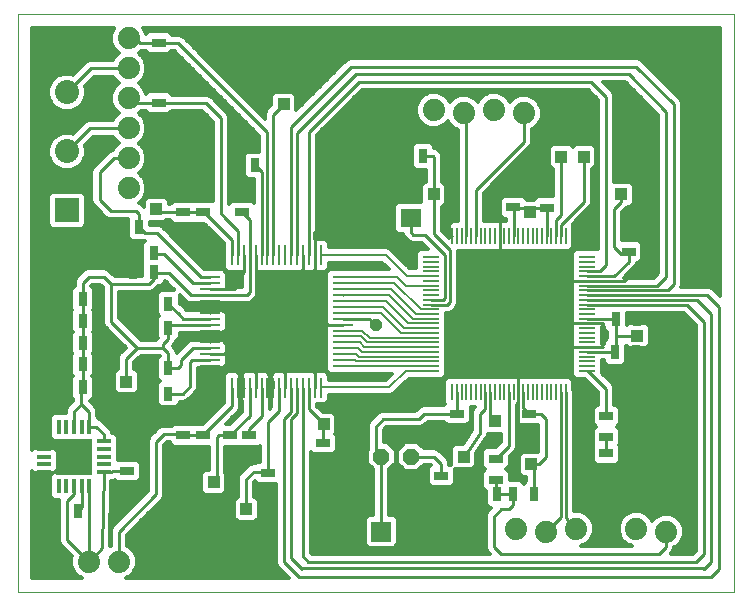
<source format=gtl>
G75*
%MOIN*%
%OFA0B0*%
%FSLAX24Y24*%
%IPPOS*%
%LPD*%
%AMOC8*
5,1,8,0,0,1.08239X$1,22.5*
%
%ADD10C,0.0000*%
%ADD11R,0.0110X0.0660*%
%ADD12R,0.0660X0.0110*%
%ADD13R,0.0140X0.0492*%
%ADD14R,0.0492X0.0140*%
%ADD15R,0.1240X0.1240*%
%ADD16R,0.0315X0.0472*%
%ADD17R,0.0650X0.0650*%
%ADD18C,0.0650*%
%ADD19R,0.0472X0.0315*%
%ADD20C,0.0740*%
%ADD21OC8,0.0520*%
%ADD22R,0.0090X0.0580*%
%ADD23R,0.0580X0.0090*%
%ADD24R,0.0709X0.0630*%
%ADD25R,0.0800X0.0800*%
%ADD26C,0.0800*%
%ADD27C,0.0100*%
%ADD28R,0.0396X0.0396*%
%ADD29C,0.0120*%
%ADD30OC8,0.0396*%
%ADD31C,0.0080*%
D10*
X000156Y000160D02*
X024020Y000160D01*
X024020Y019402D01*
X000156Y019402D01*
X000156Y000160D01*
D11*
X007290Y006950D03*
X007490Y006950D03*
X007690Y006950D03*
X007880Y006950D03*
X008080Y006950D03*
X008280Y006950D03*
X008470Y006950D03*
X008670Y006950D03*
X008870Y006950D03*
X009070Y006950D03*
X009260Y006950D03*
X009460Y006950D03*
X009660Y006950D03*
X009850Y006950D03*
X010050Y006950D03*
X010250Y006950D03*
X010250Y011370D03*
X010050Y011370D03*
X009850Y011370D03*
X009660Y011370D03*
X009460Y011370D03*
X009260Y011370D03*
X009070Y011370D03*
X008870Y011370D03*
X008670Y011370D03*
X008470Y011370D03*
X008280Y011370D03*
X008080Y011370D03*
X007880Y011370D03*
X007690Y011370D03*
X007490Y011370D03*
X007290Y011370D03*
D12*
X006560Y010640D03*
X006560Y010440D03*
X006560Y010240D03*
X006560Y010050D03*
X006560Y009850D03*
X006560Y009650D03*
X006560Y009460D03*
X006560Y009260D03*
X006560Y009060D03*
X006560Y008860D03*
X006560Y008670D03*
X006560Y008470D03*
X006560Y008270D03*
X006560Y008080D03*
X006560Y007880D03*
X006560Y007680D03*
X010980Y007680D03*
X010980Y007880D03*
X010980Y008080D03*
X010980Y008270D03*
X010980Y008470D03*
X010980Y008670D03*
X010980Y008860D03*
X010980Y009060D03*
X010980Y009260D03*
X010980Y009460D03*
X010980Y009650D03*
X010980Y009850D03*
X010980Y010050D03*
X010980Y010240D03*
X010980Y010440D03*
X010980Y010640D03*
D13*
X002530Y005651D03*
X002280Y005651D03*
X002020Y005651D03*
X001760Y005651D03*
X001510Y005651D03*
X001510Y003669D03*
X001760Y003669D03*
X002020Y003669D03*
X002280Y003669D03*
X002530Y003669D03*
D14*
X003011Y004150D03*
X003011Y004400D03*
X003011Y004660D03*
X003011Y004920D03*
X003011Y005170D03*
X001029Y005170D03*
X001029Y004920D03*
X001029Y004660D03*
X001029Y004400D03*
X001029Y004150D03*
D15*
X002020Y004660D03*
D16*
X002144Y002840D03*
X001436Y002840D03*
X004466Y006760D03*
X005174Y006760D03*
X005174Y007610D03*
X004466Y007610D03*
X004466Y008960D03*
X005174Y008960D03*
X005174Y009760D03*
X004466Y009760D03*
X004684Y010800D03*
X004684Y011440D03*
X003976Y011440D03*
X003976Y010800D03*
X004195Y012310D03*
X003486Y012310D03*
X002314Y009920D03*
X001606Y009920D03*
X001606Y009190D03*
X002314Y009190D03*
X002314Y008450D03*
X001606Y008450D03*
X001606Y007730D03*
X002314Y007730D03*
X002314Y006970D03*
X001606Y006970D03*
X007346Y014370D03*
X008054Y014370D03*
X012956Y014680D03*
X013664Y014680D03*
X020076Y009250D03*
X020784Y009250D03*
X020764Y008150D03*
X020056Y008150D03*
X017374Y003410D03*
X016666Y003410D03*
X016124Y003410D03*
X015416Y003410D03*
D17*
X012270Y002160D03*
D18*
X013270Y002160D03*
D19*
X014270Y003306D03*
X014270Y004014D03*
X014790Y005386D03*
X014790Y006094D03*
X016090Y004594D03*
X016090Y003886D03*
X017190Y005366D03*
X017190Y006074D03*
X019770Y006014D03*
X019770Y005306D03*
X019770Y004764D03*
X019770Y004056D03*
X020510Y011486D03*
X020510Y012194D03*
X017780Y012956D03*
X017780Y013664D03*
X016670Y013674D03*
X016670Y012966D03*
X007620Y012806D03*
X007620Y013514D03*
X006320Y013514D03*
X005670Y013514D03*
X005670Y012806D03*
X006320Y012806D03*
X004845Y015743D03*
X004845Y016451D03*
X004845Y017743D03*
X004845Y018451D03*
X005670Y005364D03*
X006320Y005364D03*
X007220Y005364D03*
X007860Y005364D03*
X007860Y004656D03*
X007220Y004656D03*
X006320Y004656D03*
X005670Y004656D03*
X003800Y004884D03*
X003800Y004176D03*
X008490Y004114D03*
X008490Y003406D03*
X010320Y004406D03*
X010320Y005114D03*
D20*
X016770Y002260D03*
X017770Y002160D03*
X018770Y002260D03*
X019770Y002160D03*
X020770Y002260D03*
X021770Y002160D03*
X017020Y016110D03*
X016020Y016210D03*
X015020Y016110D03*
X014020Y016210D03*
X003845Y016597D03*
X003845Y015597D03*
X003845Y014597D03*
X003845Y013597D03*
X003845Y017597D03*
X003845Y018597D03*
X003520Y001160D03*
X002520Y001160D03*
X001520Y001160D03*
D21*
X012270Y004660D03*
X012770Y005410D03*
X013270Y004660D03*
D22*
X014630Y006810D03*
X014790Y006810D03*
X014950Y006810D03*
X015100Y006810D03*
X015260Y006810D03*
X015420Y006810D03*
X015580Y006810D03*
X015730Y006810D03*
X015890Y006810D03*
X016050Y006810D03*
X016210Y006810D03*
X016360Y006810D03*
X016520Y006810D03*
X016680Y006810D03*
X016830Y006810D03*
X016990Y006810D03*
X017150Y006810D03*
X017310Y006810D03*
X017460Y006810D03*
X017620Y006810D03*
X017780Y006810D03*
X017940Y006810D03*
X018090Y006810D03*
X018250Y006810D03*
X018410Y006810D03*
X018410Y012010D03*
X018250Y012010D03*
X018090Y012010D03*
X017940Y012010D03*
X017780Y012010D03*
X017620Y012010D03*
X017460Y012010D03*
X017310Y012010D03*
X017150Y012010D03*
X016990Y012010D03*
X016830Y012010D03*
X016680Y012010D03*
X016520Y012010D03*
X016360Y012010D03*
X016210Y012010D03*
X016050Y012010D03*
X015890Y012010D03*
X015730Y012010D03*
X015580Y012010D03*
X015420Y012010D03*
X015260Y012010D03*
X015100Y012010D03*
X014950Y012010D03*
X014790Y012010D03*
X014630Y012010D03*
D23*
X013920Y011300D03*
X013920Y011140D03*
X013920Y010980D03*
X013920Y010830D03*
X013920Y010670D03*
X013920Y010510D03*
X013920Y010350D03*
X013920Y010200D03*
X013920Y010040D03*
X013920Y009880D03*
X013920Y009720D03*
X013920Y009570D03*
X013920Y009410D03*
X013920Y009250D03*
X013920Y009100D03*
X013920Y008940D03*
X013920Y008780D03*
X013920Y008620D03*
X013920Y008470D03*
X013920Y008310D03*
X013920Y008150D03*
X013920Y007990D03*
X013920Y007840D03*
X013920Y007680D03*
X013920Y007520D03*
X019120Y007520D03*
X019120Y007680D03*
X019120Y007840D03*
X019120Y007990D03*
X019120Y008150D03*
X019120Y008310D03*
X019120Y008470D03*
X019120Y008620D03*
X019120Y008780D03*
X019120Y008940D03*
X019120Y009100D03*
X019120Y009250D03*
X019120Y009410D03*
X019120Y009570D03*
X019120Y009720D03*
X019120Y009880D03*
X019120Y010040D03*
X019120Y010200D03*
X019120Y010350D03*
X019120Y010510D03*
X019120Y010670D03*
X019120Y010830D03*
X019120Y010980D03*
X019120Y011140D03*
X019120Y011300D03*
D24*
X013270Y012609D03*
X013270Y013711D03*
D25*
X001794Y012867D03*
D26*
X001794Y014835D03*
X001794Y016804D03*
D27*
X002587Y017597D01*
X003845Y017597D01*
X004240Y018451D02*
X004095Y018597D01*
X003845Y018597D01*
X004240Y018451D02*
X004845Y018451D01*
X004849Y018455D01*
X005483Y018455D01*
X008470Y015468D01*
X008470Y011370D01*
X008280Y011370D02*
X008280Y014144D01*
X008054Y014370D01*
X009260Y015650D02*
X011270Y017660D01*
X020770Y017660D01*
X022020Y016410D01*
X022020Y010410D01*
X021810Y010200D01*
X019120Y010200D01*
X019120Y010350D02*
X021460Y010350D01*
X021770Y010660D01*
X021770Y016160D01*
X020510Y017420D01*
X011440Y017420D01*
X009460Y015440D01*
X009460Y011370D01*
X009660Y011370D02*
X009660Y010850D01*
X009660Y010770D01*
X009770Y010660D01*
X009680Y010830D02*
X009660Y010850D01*
X010040Y010840D02*
X010050Y010850D01*
X010050Y011370D01*
X010050Y011880D01*
X010020Y011910D01*
X010020Y012160D01*
X009850Y011370D02*
X009850Y015490D01*
X011520Y017160D01*
X019270Y017160D01*
X019770Y016660D01*
X019770Y011050D01*
X019550Y010830D01*
X019120Y010830D01*
X019120Y010670D02*
X020030Y010670D01*
X020520Y011160D01*
X020520Y011476D01*
X020510Y011486D01*
X020434Y011410D01*
X020270Y011410D01*
X020020Y011660D01*
X020020Y012910D01*
X020270Y013160D01*
X020270Y013410D01*
X019020Y013160D02*
X019020Y014660D01*
X018270Y014660D02*
X018270Y012720D01*
X018090Y012540D01*
X018090Y012010D01*
X018250Y012010D02*
X018250Y012390D01*
X019020Y013160D01*
X017780Y012956D02*
X017270Y012956D01*
X017230Y012916D01*
X017230Y012810D01*
X017270Y012956D02*
X016680Y012956D01*
X016670Y012966D01*
X016680Y012956D02*
X016680Y012010D01*
X016210Y012010D02*
X016210Y012520D01*
X016190Y012540D01*
X016210Y012010D02*
X016210Y011470D01*
X015420Y012010D02*
X015420Y013560D01*
X017020Y015160D01*
X017020Y016110D01*
X015100Y016030D02*
X015020Y016110D01*
X015100Y016030D02*
X015100Y012010D01*
X014630Y012010D02*
X014530Y012010D01*
X014530Y012000D01*
X014520Y011990D01*
X014570Y011530D02*
X014020Y012080D01*
X014020Y013410D01*
X014020Y014660D01*
X014000Y014680D01*
X013664Y014680D01*
X013270Y012609D02*
X013270Y012130D01*
X013340Y012060D01*
X013720Y012060D01*
X014390Y011390D01*
X014390Y009930D01*
X014340Y009880D01*
X013920Y009880D01*
X013920Y009720D02*
X014470Y009720D01*
X014570Y009820D01*
X014570Y011530D01*
X012080Y009040D02*
X011860Y009260D01*
X010980Y009260D01*
X010980Y009060D02*
X010420Y009060D01*
X010990Y010040D02*
X010980Y010050D01*
X009260Y011370D02*
X009260Y015650D01*
X008670Y016060D02*
X008670Y011370D01*
X008080Y011370D02*
X008080Y009850D01*
X008270Y009660D01*
X007880Y010130D02*
X007880Y011370D01*
X007880Y012546D01*
X007620Y012806D01*
X007020Y012670D02*
X006930Y012760D01*
X006930Y015937D01*
X006420Y016447D01*
X004849Y016447D01*
X004845Y016451D01*
X003990Y016451D01*
X003845Y016597D01*
X003845Y015597D02*
X002555Y015597D01*
X001794Y014835D01*
X002876Y014129D02*
X002876Y013227D01*
X003258Y012845D01*
X004109Y012845D01*
X004195Y012758D01*
X004195Y012310D01*
X004395Y012110D01*
X004790Y012110D01*
X006260Y010640D01*
X006560Y010640D01*
X006560Y010440D02*
X005990Y010440D01*
X005020Y011410D01*
X004714Y011410D01*
X004684Y011440D01*
X004684Y010800D02*
X004684Y010574D01*
X004520Y010410D01*
X003270Y010410D01*
X003270Y009160D01*
X004140Y008290D01*
X003770Y007920D01*
X003770Y007160D01*
X002530Y006150D02*
X002270Y006410D01*
X002020Y006160D01*
X002020Y005651D01*
X002530Y005651D02*
X002530Y005660D01*
X002770Y005660D01*
X003020Y005410D01*
X003020Y005230D01*
X003011Y005170D01*
X002530Y005651D02*
X002530Y006150D01*
X002270Y006410D02*
X002270Y006806D01*
X002314Y006970D01*
X002314Y007730D01*
X002314Y008450D01*
X002314Y009190D01*
X002314Y009920D01*
X002314Y010454D01*
X002520Y010660D01*
X003020Y010660D01*
X003270Y010410D01*
X004684Y010800D02*
X004694Y010790D01*
X005180Y010790D01*
X005920Y010050D01*
X006560Y010050D01*
X007800Y010050D01*
X007880Y010130D01*
X007520Y010410D02*
X007520Y010630D01*
X007690Y010800D01*
X007690Y011370D01*
X007490Y011370D02*
X007490Y012190D01*
X007020Y012660D01*
X007020Y012670D01*
X006374Y012806D02*
X006320Y012806D01*
X005670Y012806D01*
X004874Y012806D01*
X004770Y012910D01*
X006374Y012806D02*
X007290Y011890D01*
X007290Y011370D01*
X008080Y011370D02*
X008080Y010790D01*
X008100Y010770D01*
X007520Y010410D02*
X007360Y010250D01*
X007080Y010250D01*
X007070Y010240D01*
X006560Y010240D01*
X006560Y009850D02*
X006560Y009650D01*
X006560Y009460D01*
X006560Y009260D02*
X005670Y009260D01*
X005520Y009410D01*
X005520Y009414D01*
X005174Y009760D01*
X005274Y009060D02*
X005174Y008960D01*
X005170Y008956D01*
X005170Y008590D01*
X004990Y008410D01*
X004990Y008290D01*
X004140Y008290D01*
X004990Y008290D02*
X005174Y008106D01*
X005174Y007610D01*
X005500Y007610D01*
X005600Y007710D01*
X005600Y007880D01*
X005990Y008270D01*
X006560Y008270D01*
X006560Y008080D02*
X007080Y008080D01*
X006560Y007880D02*
X005960Y007880D01*
X005890Y007810D01*
X005890Y007000D01*
X005650Y006760D01*
X005174Y006760D01*
X006560Y007580D02*
X006560Y007680D01*
X006560Y008470D02*
X006560Y008670D01*
X006560Y008860D01*
X006560Y009060D02*
X005274Y009060D01*
X007570Y007440D02*
X007580Y007430D01*
X007580Y006990D01*
X007540Y006950D01*
X007490Y006950D01*
X007690Y006950D01*
X007680Y006950D01*
X007610Y007020D01*
X007610Y007330D01*
X007600Y007340D01*
X007880Y006950D02*
X007880Y006024D01*
X007220Y005364D01*
X006844Y005364D01*
X006790Y005310D01*
X006790Y003910D01*
X006680Y003800D01*
X007770Y003910D02*
X007770Y002910D01*
X007770Y003910D02*
X008020Y004160D01*
X008444Y004160D01*
X008490Y004114D01*
X008490Y005810D01*
X008870Y006190D01*
X008870Y006950D01*
X009070Y006950D02*
X009070Y007450D01*
X008950Y007570D01*
X008690Y007570D01*
X008580Y007460D01*
X008580Y007230D01*
X008670Y007140D01*
X008670Y006950D01*
X008470Y006950D01*
X008470Y007090D01*
X008570Y007190D01*
X008570Y007460D01*
X008520Y007510D01*
X008110Y007510D01*
X008080Y007480D01*
X008080Y006950D01*
X008280Y006950D02*
X008280Y006010D01*
X007860Y005590D01*
X007860Y005364D01*
X007290Y006334D02*
X006320Y005364D01*
X005670Y005364D01*
X005624Y005410D01*
X005020Y005410D01*
X004770Y005160D01*
X004770Y003410D01*
X003520Y002160D01*
X003520Y001160D01*
X002960Y001600D02*
X002520Y001160D01*
X001790Y001890D01*
X001790Y003190D01*
X002020Y003420D01*
X002020Y003669D01*
X002280Y003669D02*
X002280Y002976D01*
X002144Y002840D01*
X002530Y003669D02*
X002530Y001160D01*
X002520Y001160D01*
X002960Y001600D02*
X003011Y004150D01*
X003300Y004150D01*
X003300Y004176D01*
X003800Y004176D01*
X002020Y004660D02*
X001510Y004150D01*
X001029Y004150D01*
X007290Y006334D02*
X007290Y006950D01*
X009020Y005910D02*
X009020Y001160D01*
X009520Y000660D01*
X023270Y000660D01*
X023520Y000910D01*
X023520Y009660D01*
X023140Y010040D01*
X019120Y010040D01*
X019120Y009880D02*
X022800Y009880D01*
X023270Y009410D01*
X023270Y001160D01*
X023020Y000910D01*
X022988Y000942D01*
X009608Y000942D01*
X009640Y000910D01*
X009608Y000942D02*
X009270Y001280D01*
X009270Y005910D01*
X009460Y006100D01*
X009460Y006950D01*
X009660Y006950D02*
X009660Y001330D01*
X009840Y001150D01*
X022760Y001150D01*
X023020Y001410D01*
X023020Y009160D01*
X022460Y009720D01*
X019120Y009720D01*
X019120Y009250D02*
X020076Y009250D01*
X020076Y008684D01*
X020083Y008691D01*
X020797Y008691D01*
X020076Y008684D02*
X020076Y008170D01*
X020056Y008150D01*
X020020Y008114D01*
X020056Y008150D02*
X019120Y008150D01*
X019120Y008310D02*
X019640Y008310D01*
X019640Y008790D01*
X019650Y008800D01*
X019650Y009070D01*
X019630Y009090D01*
X019650Y009100D02*
X019660Y009090D01*
X019650Y009100D02*
X019120Y009100D01*
X018580Y009100D01*
X018520Y009160D01*
X018520Y009410D01*
X018520Y009160D02*
X018520Y008400D01*
X018610Y008310D01*
X019120Y008310D01*
X019640Y008310D02*
X019650Y008300D01*
X019160Y007520D02*
X019120Y007520D01*
X019160Y007520D02*
X019770Y006910D01*
X019770Y006014D01*
X019770Y005306D02*
X019770Y004764D01*
X017770Y004660D02*
X017520Y004410D01*
X017270Y004410D01*
X017374Y004306D01*
X017374Y003410D01*
X016666Y003410D02*
X016666Y003056D01*
X016520Y002910D01*
X016270Y002910D01*
X016020Y002660D01*
X016020Y001660D01*
X016270Y001410D01*
X021520Y001410D01*
X021770Y001660D01*
X021770Y002160D01*
X018770Y002260D02*
X018410Y002620D01*
X018410Y006810D01*
X018250Y006810D02*
X018250Y002640D01*
X017770Y002160D01*
X016666Y003410D02*
X016124Y003410D01*
X016090Y003444D01*
X016090Y003886D01*
X016090Y004594D02*
X016520Y005024D01*
X016520Y006810D01*
X016830Y006810D02*
X016830Y006470D01*
X016770Y006410D01*
X016770Y005660D01*
X016770Y004910D01*
X016770Y005660D02*
X016830Y005720D01*
X016830Y006810D01*
X016830Y007360D01*
X016850Y007380D01*
X016990Y006810D02*
X016990Y006274D01*
X017190Y006074D01*
X017606Y006074D01*
X017770Y005910D01*
X017770Y004660D01*
X016060Y005830D02*
X015890Y006000D01*
X015890Y006810D01*
X015730Y006810D02*
X015730Y006250D01*
X015560Y006080D01*
X015560Y005450D01*
X015020Y004660D01*
X014270Y004410D02*
X014270Y004014D01*
X014270Y004410D02*
X014020Y004660D01*
X013270Y004660D01*
X012270Y004660D02*
X012080Y004850D01*
X012080Y005660D01*
X012330Y005910D01*
X013520Y005910D01*
X013704Y006094D01*
X014790Y006094D01*
X014790Y006810D01*
X012270Y004660D02*
X012270Y002160D01*
X014270Y002160D02*
X014270Y003306D01*
X010320Y005114D02*
X010320Y005700D01*
X010350Y005730D01*
X009850Y006230D01*
X009850Y006950D01*
X010050Y006950D02*
X010050Y007480D01*
X010040Y007490D01*
X009260Y006950D02*
X009260Y006150D01*
X009020Y005910D01*
X017780Y012010D02*
X017780Y012956D01*
X020370Y010510D02*
X020520Y010660D01*
X020370Y010510D02*
X019120Y010510D01*
X018620Y010510D01*
X018520Y010410D01*
X018520Y010160D01*
X009020Y016410D02*
X008670Y016060D01*
X003845Y014597D02*
X003345Y014597D01*
X002876Y014129D01*
D28*
X004770Y012910D03*
X006520Y011660D03*
X008583Y009467D03*
X008583Y008857D03*
X008583Y008247D03*
X006520Y006660D03*
X003770Y007160D03*
X004020Y009410D03*
X002024Y004652D03*
X005840Y002660D03*
X006680Y003800D03*
X007770Y002910D03*
X006340Y000910D03*
X005590Y000910D03*
X004840Y000910D03*
X010350Y005730D03*
X014270Y002160D03*
X015020Y004660D03*
X016060Y005830D03*
X017270Y004410D03*
X021248Y003731D03*
X020797Y008691D03*
X023372Y012394D03*
X020270Y013410D03*
X019020Y014660D03*
X018270Y014660D03*
X017230Y012810D03*
X014020Y013410D03*
X009020Y016410D03*
X008270Y016910D03*
X008270Y017660D03*
X005264Y017174D03*
X005248Y015174D03*
D29*
X004435Y015480D02*
X004435Y015714D01*
X004345Y015931D01*
X004179Y016097D01*
X004263Y016181D01*
X004410Y016181D01*
X004517Y016074D01*
X005172Y016074D01*
X005276Y016177D01*
X006308Y016177D01*
X006660Y015825D01*
X006660Y013170D01*
X006647Y013183D01*
X005343Y013183D01*
X005235Y013076D01*
X005188Y013076D01*
X005188Y013199D01*
X005059Y013328D01*
X004481Y013328D01*
X004352Y013199D01*
X004352Y012984D01*
X004348Y012987D01*
X004261Y013074D01*
X004187Y013105D01*
X004345Y013263D01*
X004435Y013480D01*
X004435Y013714D01*
X004345Y013931D01*
X004179Y014097D01*
X004345Y014263D01*
X004435Y014480D01*
X004435Y014714D01*
X004345Y014931D01*
X004179Y015097D01*
X004345Y015263D01*
X004435Y015480D01*
X004421Y015447D02*
X006660Y015447D01*
X006660Y015565D02*
X004435Y015565D01*
X004435Y015684D02*
X006660Y015684D01*
X006660Y015802D02*
X004398Y015802D01*
X004349Y015921D02*
X006565Y015921D01*
X006446Y016039D02*
X004237Y016039D01*
X004240Y016158D02*
X004434Y016158D01*
X004425Y016737D02*
X004345Y016931D01*
X004179Y017097D01*
X004345Y017263D01*
X004435Y017480D01*
X004435Y017714D01*
X004345Y017931D01*
X004179Y018097D01*
X004263Y018181D01*
X004410Y018181D01*
X004517Y018074D01*
X005172Y018074D01*
X005283Y018185D01*
X005371Y018185D01*
X008200Y015356D01*
X008200Y014826D01*
X007806Y014826D01*
X007677Y014697D01*
X007677Y014043D01*
X007806Y013914D01*
X008010Y013914D01*
X008010Y013120D01*
X007947Y013183D01*
X007293Y013183D01*
X007200Y013090D01*
X007200Y015991D01*
X007159Y016090D01*
X006648Y016600D01*
X006572Y016676D01*
X006473Y016717D01*
X005283Y016717D01*
X005172Y016829D01*
X004517Y016829D01*
X004425Y016737D01*
X004420Y016750D02*
X004439Y016750D01*
X004371Y016869D02*
X006687Y016869D01*
X006569Y016987D02*
X004289Y016987D01*
X004188Y017106D02*
X006450Y017106D01*
X006332Y017224D02*
X004306Y017224D01*
X004378Y017343D02*
X006213Y017343D01*
X006095Y017461D02*
X004427Y017461D01*
X004435Y017580D02*
X005976Y017580D01*
X005858Y017698D02*
X004435Y017698D01*
X004392Y017817D02*
X005739Y017817D01*
X005621Y017935D02*
X004341Y017935D01*
X004223Y018054D02*
X005502Y018054D01*
X005384Y018172D02*
X005270Y018172D01*
X005792Y018528D02*
X023560Y018528D01*
X023560Y018646D02*
X005674Y018646D01*
X005711Y018608D02*
X005635Y018684D01*
X005536Y018725D01*
X005276Y018725D01*
X005172Y018829D01*
X004517Y018829D01*
X004425Y018737D01*
X004345Y018931D01*
X004334Y018942D01*
X023560Y018942D01*
X023560Y010002D01*
X023293Y010269D01*
X023194Y010310D01*
X022271Y010310D01*
X022290Y010356D01*
X022290Y016464D01*
X022249Y016563D01*
X022173Y016639D01*
X020923Y017889D01*
X020824Y017930D01*
X011216Y017930D01*
X011117Y017889D01*
X011041Y017813D01*
X009438Y016210D01*
X009438Y016699D01*
X009309Y016828D01*
X008731Y016828D01*
X008602Y016699D01*
X008602Y016374D01*
X008441Y016213D01*
X008400Y016114D01*
X008400Y015920D01*
X005711Y018608D01*
X005911Y018409D02*
X023560Y018409D01*
X023560Y018291D02*
X006029Y018291D01*
X006148Y018172D02*
X023560Y018172D01*
X023560Y018054D02*
X006266Y018054D01*
X006385Y017935D02*
X023560Y017935D01*
X023560Y017817D02*
X020995Y017817D01*
X021114Y017698D02*
X023560Y017698D01*
X023560Y017580D02*
X021232Y017580D01*
X021351Y017461D02*
X023560Y017461D01*
X023560Y017343D02*
X021469Y017343D01*
X021588Y017224D02*
X023560Y017224D01*
X023560Y017106D02*
X021706Y017106D01*
X021825Y016987D02*
X023560Y016987D01*
X023560Y016869D02*
X021943Y016869D01*
X022062Y016750D02*
X023560Y016750D01*
X023560Y016632D02*
X022180Y016632D01*
X022269Y016513D02*
X023560Y016513D01*
X023560Y016395D02*
X022290Y016395D01*
X022290Y016276D02*
X023560Y016276D01*
X023560Y016158D02*
X022290Y016158D01*
X022290Y016039D02*
X023560Y016039D01*
X023560Y015921D02*
X022290Y015921D01*
X022290Y015802D02*
X023560Y015802D01*
X023560Y015684D02*
X022290Y015684D01*
X022290Y015565D02*
X023560Y015565D01*
X023560Y015447D02*
X022290Y015447D01*
X022290Y015328D02*
X023560Y015328D01*
X023560Y015210D02*
X022290Y015210D01*
X022290Y015091D02*
X023560Y015091D01*
X023560Y014973D02*
X022290Y014973D01*
X022290Y014854D02*
X023560Y014854D01*
X023560Y014736D02*
X022290Y014736D01*
X022290Y014617D02*
X023560Y014617D01*
X023560Y014499D02*
X022290Y014499D01*
X022290Y014380D02*
X023560Y014380D01*
X023560Y014262D02*
X022290Y014262D01*
X022290Y014143D02*
X023560Y014143D01*
X023560Y014025D02*
X022290Y014025D01*
X022290Y013906D02*
X023560Y013906D01*
X023560Y013788D02*
X022290Y013788D01*
X022290Y013669D02*
X023560Y013669D01*
X023560Y013551D02*
X022290Y013551D01*
X022290Y013432D02*
X023560Y013432D01*
X023560Y013314D02*
X022290Y013314D01*
X022290Y013195D02*
X023560Y013195D01*
X023560Y013077D02*
X022290Y013077D01*
X022290Y012958D02*
X023560Y012958D01*
X023560Y012840D02*
X022290Y012840D01*
X022290Y012721D02*
X023560Y012721D01*
X023560Y012603D02*
X022290Y012603D01*
X022290Y012484D02*
X023560Y012484D01*
X023560Y012366D02*
X022290Y012366D01*
X022290Y012247D02*
X023560Y012247D01*
X023560Y012129D02*
X022290Y012129D01*
X022290Y012010D02*
X023560Y012010D01*
X023560Y011892D02*
X022290Y011892D01*
X022290Y011773D02*
X023560Y011773D01*
X023560Y011655D02*
X022290Y011655D01*
X022290Y011536D02*
X023560Y011536D01*
X023560Y011418D02*
X022290Y011418D01*
X022290Y011299D02*
X023560Y011299D01*
X023560Y011181D02*
X022290Y011181D01*
X022290Y011062D02*
X023560Y011062D01*
X023560Y010944D02*
X022290Y010944D01*
X022290Y010825D02*
X023560Y010825D01*
X023560Y010707D02*
X022290Y010707D01*
X022290Y010588D02*
X023560Y010588D01*
X023560Y010470D02*
X022290Y010470D01*
X022288Y010351D02*
X023560Y010351D01*
X023560Y010233D02*
X023329Y010233D01*
X023448Y010114D02*
X023560Y010114D01*
X022632Y009166D02*
X020453Y009166D01*
X020508Y009110D02*
X020453Y009054D01*
X020453Y009450D01*
X022348Y009450D01*
X022750Y009048D01*
X022750Y001522D01*
X022648Y001420D01*
X021912Y001420D01*
X021923Y001431D01*
X021999Y001507D01*
X022040Y001606D01*
X022040Y001633D01*
X022104Y001660D01*
X022270Y001826D01*
X022360Y002043D01*
X022360Y002277D01*
X022270Y002494D01*
X022104Y002660D01*
X021887Y002750D01*
X021653Y002750D01*
X021436Y002660D01*
X021299Y002524D01*
X021270Y002594D01*
X021104Y002760D01*
X020887Y002850D01*
X020653Y002850D01*
X020436Y002760D01*
X020270Y002594D01*
X020180Y002377D01*
X020180Y002143D01*
X020270Y001926D01*
X020436Y001760D01*
X020628Y001680D01*
X018911Y001680D01*
X019104Y001760D01*
X019270Y001926D01*
X019360Y002143D01*
X019360Y002377D01*
X019270Y002594D01*
X019104Y002760D01*
X018887Y002850D01*
X018680Y002850D01*
X018680Y006864D01*
X018675Y006876D01*
X018675Y007191D01*
X018546Y007320D01*
X016854Y007320D01*
X016835Y007301D01*
X016816Y007320D01*
X014494Y007320D01*
X014365Y007191D01*
X014365Y006429D01*
X014392Y006402D01*
X014355Y006364D01*
X013651Y006364D01*
X013551Y006323D01*
X013408Y006180D01*
X012276Y006180D01*
X012177Y006139D01*
X011927Y005889D01*
X011851Y005813D01*
X011810Y005714D01*
X011810Y004879D01*
X011790Y004859D01*
X011790Y004461D01*
X012000Y004251D01*
X012000Y002705D01*
X011854Y002705D01*
X011725Y002576D01*
X011725Y001744D01*
X011854Y001615D01*
X012686Y001615D01*
X012815Y001744D01*
X012815Y002576D01*
X012686Y002705D01*
X012540Y002705D01*
X012540Y004251D01*
X012750Y004461D01*
X012750Y004859D01*
X012469Y005140D01*
X012350Y005140D01*
X012350Y005548D01*
X012442Y005640D01*
X013574Y005640D01*
X013673Y005681D01*
X013749Y005757D01*
X013816Y005824D01*
X014355Y005824D01*
X014463Y005717D01*
X015117Y005717D01*
X015246Y005846D01*
X015246Y006300D01*
X015398Y006300D01*
X015331Y006233D01*
X015290Y006134D01*
X015290Y005533D01*
X014979Y005078D01*
X014731Y005078D01*
X014602Y004949D01*
X014602Y004387D01*
X014597Y004392D01*
X014540Y004392D01*
X014540Y004464D01*
X014499Y004563D01*
X014249Y004813D01*
X014173Y004889D01*
X014074Y004930D01*
X013679Y004930D01*
X013469Y005140D01*
X013071Y005140D01*
X012790Y004859D01*
X012790Y004461D01*
X013071Y004180D01*
X013469Y004180D01*
X013679Y004390D01*
X013908Y004390D01*
X013924Y004374D01*
X013814Y004263D01*
X013814Y003766D01*
X013943Y003637D01*
X014597Y003637D01*
X014726Y003766D01*
X014726Y004246D01*
X014731Y004242D01*
X015309Y004242D01*
X015438Y004371D01*
X015438Y004793D01*
X015769Y005277D01*
X015789Y005297D01*
X015799Y005321D01*
X015813Y005342D01*
X015819Y005370D01*
X015830Y005396D01*
X015830Y005412D01*
X016250Y005412D01*
X016250Y005136D01*
X016086Y004972D01*
X015763Y004972D01*
X015634Y004843D01*
X015634Y004346D01*
X015739Y004240D01*
X015634Y004134D01*
X015634Y003637D01*
X015747Y003524D01*
X015747Y003083D01*
X015876Y002954D01*
X015932Y002954D01*
X015867Y002889D01*
X015791Y002813D01*
X015750Y002714D01*
X015750Y001606D01*
X015791Y001507D01*
X015878Y001420D01*
X009952Y001420D01*
X009930Y001442D01*
X009930Y004800D01*
X009993Y004737D01*
X010647Y004737D01*
X010776Y004866D01*
X010776Y005363D01*
X010733Y005406D01*
X010768Y005441D01*
X010768Y006019D01*
X010639Y006148D01*
X010314Y006148D01*
X010120Y006342D01*
X010120Y006400D01*
X010396Y006400D01*
X010525Y006529D01*
X010525Y006703D01*
X012574Y006703D01*
X012669Y006743D01*
X012742Y006816D01*
X013186Y007260D01*
X013534Y007260D01*
X013539Y007255D01*
X014301Y007255D01*
X014430Y007384D01*
X014430Y009450D01*
X014524Y009450D01*
X014623Y009491D01*
X014723Y009591D01*
X014799Y009667D01*
X014840Y009766D01*
X014840Y011500D01*
X016186Y011500D01*
X016205Y011519D01*
X016224Y011500D01*
X018546Y011500D01*
X018675Y011629D01*
X018675Y012391D01*
X018654Y012412D01*
X019173Y012931D01*
X019249Y013007D01*
X019290Y013106D01*
X019290Y014242D01*
X019309Y014242D01*
X019438Y014371D01*
X019438Y014949D01*
X019309Y015078D01*
X018731Y015078D01*
X018645Y014992D01*
X018559Y015078D01*
X017981Y015078D01*
X017852Y014949D01*
X017852Y014371D01*
X017981Y014242D01*
X018000Y014242D01*
X018000Y013333D01*
X017453Y013333D01*
X017348Y013228D01*
X017112Y013228D01*
X016997Y013343D01*
X016343Y013343D01*
X016214Y013214D01*
X016214Y012717D01*
X016343Y012588D01*
X016410Y012588D01*
X016410Y012520D01*
X016224Y012520D01*
X016205Y012501D01*
X016186Y012520D01*
X015690Y012520D01*
X015690Y013448D01*
X017173Y014931D01*
X017249Y015007D01*
X017290Y015106D01*
X017290Y015583D01*
X017354Y015610D01*
X017520Y015776D01*
X017610Y015993D01*
X017610Y016227D01*
X017520Y016444D01*
X017354Y016610D01*
X017137Y016700D01*
X016903Y016700D01*
X016686Y016610D01*
X016549Y016474D01*
X016520Y016544D01*
X016354Y016710D01*
X016137Y016800D01*
X015903Y016800D01*
X015686Y016710D01*
X015520Y016544D01*
X015491Y016474D01*
X015354Y016610D01*
X015137Y016700D01*
X014903Y016700D01*
X014686Y016610D01*
X014549Y016474D01*
X014520Y016544D01*
X014354Y016710D01*
X014137Y016800D01*
X013903Y016800D01*
X013686Y016710D01*
X013520Y016544D01*
X013430Y016327D01*
X013430Y016093D01*
X013520Y015876D01*
X013686Y015710D01*
X013903Y015620D01*
X014137Y015620D01*
X014354Y015710D01*
X014491Y015846D01*
X014520Y015776D01*
X014686Y015610D01*
X014830Y015550D01*
X014830Y012520D01*
X014654Y012520D01*
X014525Y012391D01*
X014525Y011957D01*
X014290Y012192D01*
X014290Y012992D01*
X014309Y012992D01*
X014438Y013121D01*
X014438Y013699D01*
X014309Y013828D01*
X014290Y013828D01*
X014290Y014714D01*
X014249Y014813D01*
X014173Y014889D01*
X014153Y014909D01*
X014054Y014950D01*
X014042Y014950D01*
X014042Y015007D01*
X013913Y015136D01*
X013416Y015136D01*
X013287Y015007D01*
X013287Y014353D01*
X013416Y014224D01*
X013750Y014224D01*
X013750Y013828D01*
X013731Y013828D01*
X013602Y013699D01*
X013602Y013144D01*
X012824Y013144D01*
X012696Y013015D01*
X012696Y012203D01*
X012824Y012074D01*
X013001Y012074D01*
X013041Y011977D01*
X013117Y011901D01*
X013187Y011831D01*
X013286Y011790D01*
X013608Y011790D01*
X013833Y011565D01*
X013539Y011565D01*
X013410Y011436D01*
X013410Y010930D01*
X013218Y010930D01*
X012632Y011516D01*
X012559Y011589D01*
X012463Y011629D01*
X010525Y011629D01*
X010525Y011791D01*
X010396Y011920D01*
X010120Y011920D01*
X010120Y015378D01*
X011632Y016890D01*
X019158Y016890D01*
X019500Y016548D01*
X019500Y011565D01*
X018739Y011565D01*
X018610Y011436D01*
X018610Y010534D01*
X018634Y010510D01*
X018610Y010486D01*
X018610Y009114D01*
X018629Y009095D01*
X018610Y009076D01*
X018610Y008334D01*
X018634Y008310D01*
X018610Y008286D01*
X018610Y007384D01*
X018739Y007255D01*
X019043Y007255D01*
X019500Y006798D01*
X019500Y006392D01*
X019443Y006392D01*
X019314Y006263D01*
X019314Y005766D01*
X019419Y005660D01*
X019314Y005554D01*
X019314Y005057D01*
X019336Y005035D01*
X019314Y005013D01*
X019314Y004516D01*
X019443Y004387D01*
X020097Y004387D01*
X020226Y004516D01*
X020226Y005013D01*
X020204Y005035D01*
X020226Y005057D01*
X020226Y005554D01*
X020120Y005660D01*
X020226Y005766D01*
X020226Y006263D01*
X020097Y006392D01*
X020040Y006392D01*
X020040Y006964D01*
X019999Y007063D01*
X019923Y007139D01*
X019630Y007432D01*
X019630Y007880D01*
X019678Y007880D01*
X019678Y007823D01*
X019807Y007694D01*
X020304Y007694D01*
X020433Y007823D01*
X020433Y008349D01*
X020508Y008273D01*
X021087Y008273D01*
X021216Y008402D01*
X021216Y008981D01*
X021087Y009110D01*
X020508Y009110D01*
X020453Y009285D02*
X022514Y009285D01*
X022395Y009403D02*
X020453Y009403D01*
X021149Y009048D02*
X022750Y009048D01*
X022750Y008929D02*
X021216Y008929D01*
X021216Y008811D02*
X022750Y008811D01*
X022750Y008692D02*
X021216Y008692D01*
X021216Y008574D02*
X022750Y008574D01*
X022750Y008455D02*
X021216Y008455D01*
X021150Y008337D02*
X022750Y008337D01*
X022750Y008218D02*
X020433Y008218D01*
X020433Y008100D02*
X022750Y008100D01*
X022750Y007981D02*
X020433Y007981D01*
X020433Y007863D02*
X022750Y007863D01*
X022750Y007744D02*
X020354Y007744D01*
X019757Y007744D02*
X019630Y007744D01*
X019630Y007626D02*
X022750Y007626D01*
X022750Y007507D02*
X019630Y007507D01*
X019673Y007389D02*
X022750Y007389D01*
X022750Y007270D02*
X019792Y007270D01*
X019910Y007152D02*
X022750Y007152D01*
X022750Y007033D02*
X020011Y007033D01*
X020040Y006915D02*
X022750Y006915D01*
X022750Y006796D02*
X020040Y006796D01*
X020040Y006678D02*
X022750Y006678D01*
X022750Y006559D02*
X020040Y006559D01*
X020040Y006441D02*
X022750Y006441D01*
X022750Y006322D02*
X020167Y006322D01*
X020226Y006204D02*
X022750Y006204D01*
X022750Y006085D02*
X020226Y006085D01*
X020226Y005967D02*
X022750Y005967D01*
X022750Y005848D02*
X020226Y005848D01*
X020190Y005730D02*
X022750Y005730D01*
X022750Y005611D02*
X020169Y005611D01*
X020226Y005493D02*
X022750Y005493D01*
X022750Y005374D02*
X020226Y005374D01*
X020226Y005256D02*
X022750Y005256D01*
X022750Y005137D02*
X020226Y005137D01*
X020221Y005019D02*
X022750Y005019D01*
X022750Y004900D02*
X020226Y004900D01*
X020226Y004782D02*
X022750Y004782D01*
X022750Y004663D02*
X020226Y004663D01*
X020226Y004545D02*
X022750Y004545D01*
X022750Y004426D02*
X020136Y004426D01*
X019403Y004426D02*
X018680Y004426D01*
X018680Y004308D02*
X022750Y004308D01*
X022750Y004189D02*
X018680Y004189D01*
X018680Y004071D02*
X022750Y004071D01*
X022750Y003952D02*
X018680Y003952D01*
X018680Y003834D02*
X022750Y003834D01*
X022750Y003715D02*
X018680Y003715D01*
X018680Y003597D02*
X022750Y003597D01*
X022750Y003478D02*
X018680Y003478D01*
X018680Y003360D02*
X022750Y003360D01*
X022750Y003241D02*
X018680Y003241D01*
X018680Y003123D02*
X022750Y003123D01*
X022750Y003004D02*
X018680Y003004D01*
X018680Y002886D02*
X022750Y002886D01*
X022750Y002767D02*
X021088Y002767D01*
X021216Y002649D02*
X021424Y002649D01*
X021306Y002530D02*
X021297Y002530D01*
X020452Y002767D02*
X019088Y002767D01*
X019216Y002649D02*
X020324Y002649D01*
X020243Y002530D02*
X019297Y002530D01*
X019346Y002412D02*
X020194Y002412D01*
X020180Y002293D02*
X019360Y002293D01*
X019360Y002175D02*
X020180Y002175D01*
X020216Y002056D02*
X019324Y002056D01*
X019275Y001938D02*
X020265Y001938D01*
X020377Y001819D02*
X019163Y001819D01*
X018961Y001701D02*
X020579Y001701D01*
X021955Y001464D02*
X022692Y001464D01*
X022750Y001582D02*
X022030Y001582D01*
X022145Y001701D02*
X022750Y001701D01*
X022750Y001819D02*
X022263Y001819D01*
X022316Y001938D02*
X022750Y001938D01*
X022750Y002056D02*
X022360Y002056D01*
X022360Y002175D02*
X022750Y002175D01*
X022750Y002293D02*
X022353Y002293D01*
X022304Y002412D02*
X022750Y002412D01*
X022750Y002530D02*
X022234Y002530D01*
X022116Y002649D02*
X022750Y002649D01*
X019314Y004545D02*
X018680Y004545D01*
X018680Y004663D02*
X019314Y004663D01*
X019314Y004782D02*
X018680Y004782D01*
X018680Y004900D02*
X019314Y004900D01*
X019319Y005019D02*
X018680Y005019D01*
X018680Y005137D02*
X019314Y005137D01*
X019314Y005256D02*
X018680Y005256D01*
X018680Y005374D02*
X019314Y005374D01*
X019314Y005493D02*
X018680Y005493D01*
X018680Y005611D02*
X019370Y005611D01*
X019350Y005730D02*
X018680Y005730D01*
X018680Y005848D02*
X019314Y005848D01*
X019314Y005967D02*
X018680Y005967D01*
X018680Y006085D02*
X019314Y006085D01*
X019314Y006204D02*
X018680Y006204D01*
X018680Y006322D02*
X019373Y006322D01*
X019500Y006441D02*
X018680Y006441D01*
X018680Y006559D02*
X019500Y006559D01*
X019500Y006678D02*
X018680Y006678D01*
X018680Y006796D02*
X019500Y006796D01*
X019384Y006915D02*
X018675Y006915D01*
X018675Y007033D02*
X019265Y007033D01*
X019147Y007152D02*
X018675Y007152D01*
X018724Y007270D02*
X018596Y007270D01*
X018610Y007389D02*
X014430Y007389D01*
X014430Y007507D02*
X018610Y007507D01*
X018610Y007626D02*
X014430Y007626D01*
X014430Y007744D02*
X018610Y007744D01*
X018610Y007863D02*
X014430Y007863D01*
X014430Y007981D02*
X018610Y007981D01*
X018610Y008100D02*
X014430Y008100D01*
X014430Y008218D02*
X018610Y008218D01*
X018610Y008337D02*
X014430Y008337D01*
X014430Y008455D02*
X018610Y008455D01*
X018610Y008574D02*
X014430Y008574D01*
X014430Y008692D02*
X018610Y008692D01*
X018610Y008811D02*
X014430Y008811D01*
X014430Y008929D02*
X018610Y008929D01*
X018610Y009048D02*
X014430Y009048D01*
X014430Y009166D02*
X018610Y009166D01*
X018610Y009285D02*
X014430Y009285D01*
X014430Y009403D02*
X018610Y009403D01*
X018610Y009522D02*
X014653Y009522D01*
X014772Y009640D02*
X018610Y009640D01*
X018610Y009759D02*
X014837Y009759D01*
X014840Y009877D02*
X018610Y009877D01*
X018610Y009996D02*
X014840Y009996D01*
X014840Y010114D02*
X018610Y010114D01*
X018610Y010233D02*
X014840Y010233D01*
X014840Y010351D02*
X018610Y010351D01*
X018610Y010470D02*
X014840Y010470D01*
X014840Y010588D02*
X018610Y010588D01*
X018610Y010707D02*
X014840Y010707D01*
X014840Y010825D02*
X018610Y010825D01*
X018610Y010944D02*
X014840Y010944D01*
X014840Y011062D02*
X018610Y011062D01*
X018610Y011181D02*
X014840Y011181D01*
X014840Y011299D02*
X018610Y011299D01*
X018610Y011418D02*
X014840Y011418D01*
X014525Y012010D02*
X014472Y012010D01*
X014525Y012129D02*
X014353Y012129D01*
X014290Y012247D02*
X014525Y012247D01*
X014525Y012366D02*
X014290Y012366D01*
X014290Y012484D02*
X014618Y012484D01*
X014830Y012603D02*
X014290Y012603D01*
X014290Y012721D02*
X014830Y012721D01*
X014830Y012840D02*
X014290Y012840D01*
X014290Y012958D02*
X014830Y012958D01*
X014830Y013077D02*
X014394Y013077D01*
X014438Y013195D02*
X014830Y013195D01*
X014830Y013314D02*
X014438Y013314D01*
X014438Y013432D02*
X014830Y013432D01*
X014830Y013551D02*
X014438Y013551D01*
X014438Y013669D02*
X014830Y013669D01*
X014830Y013788D02*
X014350Y013788D01*
X014290Y013906D02*
X014830Y013906D01*
X014830Y014025D02*
X014290Y014025D01*
X014290Y014143D02*
X014830Y014143D01*
X014830Y014262D02*
X014290Y014262D01*
X014290Y014380D02*
X014830Y014380D01*
X014830Y014499D02*
X014290Y014499D01*
X014290Y014617D02*
X014830Y014617D01*
X014830Y014736D02*
X014281Y014736D01*
X014208Y014854D02*
X014830Y014854D01*
X014830Y014973D02*
X014042Y014973D01*
X013958Y015091D02*
X014830Y015091D01*
X014830Y015210D02*
X010120Y015210D01*
X010120Y015328D02*
X014830Y015328D01*
X014830Y015447D02*
X010188Y015447D01*
X010307Y015565D02*
X014794Y015565D01*
X014612Y015684D02*
X014291Y015684D01*
X014446Y015802D02*
X014509Y015802D01*
X013749Y015684D02*
X010425Y015684D01*
X010544Y015802D02*
X013594Y015802D01*
X013501Y015921D02*
X010662Y015921D01*
X010781Y016039D02*
X013452Y016039D01*
X013430Y016158D02*
X010899Y016158D01*
X011018Y016276D02*
X013430Y016276D01*
X013458Y016395D02*
X011136Y016395D01*
X011255Y016513D02*
X013507Y016513D01*
X013607Y016632D02*
X011373Y016632D01*
X011492Y016750D02*
X013782Y016750D01*
X014258Y016750D02*
X015782Y016750D01*
X015607Y016632D02*
X015303Y016632D01*
X015451Y016513D02*
X015507Y016513D01*
X014737Y016632D02*
X014433Y016632D01*
X014533Y016513D02*
X014589Y016513D01*
X016258Y016750D02*
X019298Y016750D01*
X019180Y016869D02*
X011610Y016869D01*
X010808Y017580D02*
X006740Y017580D01*
X006622Y017698D02*
X010926Y017698D01*
X011045Y017817D02*
X006503Y017817D01*
X006859Y017461D02*
X010689Y017461D01*
X010571Y017343D02*
X006977Y017343D01*
X007096Y017224D02*
X010452Y017224D01*
X010334Y017106D02*
X007214Y017106D01*
X007333Y016987D02*
X010215Y016987D01*
X010097Y016869D02*
X007451Y016869D01*
X007570Y016750D02*
X008653Y016750D01*
X008602Y016632D02*
X007688Y016632D01*
X007807Y016513D02*
X008602Y016513D01*
X008602Y016395D02*
X007925Y016395D01*
X008044Y016276D02*
X008504Y016276D01*
X008418Y016158D02*
X008162Y016158D01*
X008281Y016039D02*
X008400Y016039D01*
X008399Y015921D02*
X008400Y015921D01*
X007991Y015565D02*
X007200Y015565D01*
X007200Y015447D02*
X008109Y015447D01*
X008200Y015328D02*
X007200Y015328D01*
X007200Y015210D02*
X008200Y015210D01*
X008200Y015091D02*
X007200Y015091D01*
X007200Y014973D02*
X008200Y014973D01*
X008200Y014854D02*
X007200Y014854D01*
X007200Y014736D02*
X007715Y014736D01*
X007677Y014617D02*
X007200Y014617D01*
X007200Y014499D02*
X007677Y014499D01*
X007677Y014380D02*
X007200Y014380D01*
X007200Y014262D02*
X007677Y014262D01*
X007677Y014143D02*
X007200Y014143D01*
X007200Y014025D02*
X007695Y014025D01*
X008010Y013906D02*
X007200Y013906D01*
X007200Y013788D02*
X008010Y013788D01*
X008010Y013669D02*
X007200Y013669D01*
X007200Y013551D02*
X008010Y013551D01*
X008010Y013432D02*
X007200Y013432D01*
X007200Y013314D02*
X008010Y013314D01*
X008010Y013195D02*
X007200Y013195D01*
X006660Y013195D02*
X005188Y013195D01*
X005188Y013077D02*
X005236Y013077D01*
X005074Y013314D02*
X006660Y013314D01*
X006660Y013432D02*
X004415Y013432D01*
X004435Y013551D02*
X006660Y013551D01*
X006660Y013669D02*
X004435Y013669D01*
X004404Y013788D02*
X006660Y013788D01*
X006660Y013906D02*
X004355Y013906D01*
X004252Y014025D02*
X006660Y014025D01*
X006660Y014143D02*
X004225Y014143D01*
X004344Y014262D02*
X006660Y014262D01*
X006660Y014380D02*
X004393Y014380D01*
X004435Y014499D02*
X006660Y014499D01*
X006660Y014617D02*
X004435Y014617D01*
X004426Y014736D02*
X006660Y014736D01*
X006660Y014854D02*
X004377Y014854D01*
X004304Y014973D02*
X006660Y014973D01*
X006660Y015091D02*
X004185Y015091D01*
X004292Y015210D02*
X006660Y015210D01*
X006660Y015328D02*
X004372Y015328D01*
X003510Y015097D02*
X003345Y014931D01*
X003318Y014867D01*
X003291Y014867D01*
X003192Y014826D01*
X002723Y014357D01*
X002647Y014281D01*
X002606Y014182D01*
X002606Y013173D01*
X002647Y013074D01*
X003029Y012692D01*
X003105Y012616D01*
X003204Y012575D01*
X003818Y012575D01*
X003818Y011982D01*
X003947Y011853D01*
X004309Y011853D01*
X004341Y011840D01*
X004379Y011840D01*
X004307Y011767D01*
X004307Y010680D01*
X003382Y010680D01*
X003173Y010889D01*
X003074Y010930D01*
X002466Y010930D01*
X002367Y010889D01*
X002291Y010813D01*
X002085Y010607D01*
X002044Y010508D01*
X002044Y010355D01*
X001937Y010247D01*
X001937Y009593D01*
X001974Y009555D01*
X001937Y009517D01*
X001937Y008863D01*
X001979Y008820D01*
X001937Y008777D01*
X001937Y008123D01*
X001969Y008090D01*
X001937Y008057D01*
X001937Y007403D01*
X001989Y007350D01*
X001937Y007297D01*
X001937Y006643D01*
X002000Y006580D01*
X002000Y006522D01*
X001791Y006313D01*
X001750Y006214D01*
X001750Y006117D01*
X001349Y006117D01*
X001220Y005988D01*
X001220Y005314D01*
X001349Y005185D01*
X002545Y005185D01*
X002545Y004135D01*
X001391Y004135D01*
X001495Y004239D01*
X001495Y004821D01*
X001366Y004950D01*
X000692Y004950D01*
X000616Y004874D01*
X000616Y018942D01*
X003355Y018942D01*
X003345Y018931D01*
X003255Y018714D01*
X003255Y018480D01*
X003345Y018263D01*
X003510Y018097D01*
X003345Y017931D01*
X003318Y017867D01*
X002533Y017867D01*
X002434Y017826D01*
X001998Y017390D01*
X001917Y017424D01*
X001670Y017424D01*
X001442Y017329D01*
X001268Y017155D01*
X001174Y016927D01*
X001174Y016680D01*
X001268Y016452D01*
X001442Y016278D01*
X001670Y016184D01*
X001917Y016184D01*
X002145Y016278D01*
X002319Y016452D01*
X002414Y016680D01*
X002414Y016927D01*
X002380Y017008D01*
X002699Y017327D01*
X003318Y017327D01*
X003345Y017263D01*
X003510Y017097D01*
X003345Y016931D01*
X003255Y016714D01*
X003255Y016480D01*
X003345Y016263D01*
X003510Y016097D01*
X003345Y015931D01*
X003318Y015867D01*
X002502Y015867D01*
X002402Y015826D01*
X001998Y015422D01*
X001917Y015455D01*
X001670Y015455D01*
X001442Y015361D01*
X001268Y015186D01*
X001174Y014959D01*
X001174Y014712D01*
X001268Y014484D01*
X001442Y014310D01*
X001670Y014215D01*
X001917Y014215D01*
X002145Y014310D01*
X002319Y014484D01*
X002414Y014712D01*
X002414Y014959D01*
X002380Y015040D01*
X002667Y015327D01*
X003318Y015327D01*
X003345Y015263D01*
X003510Y015097D01*
X003504Y015091D02*
X002431Y015091D01*
X002408Y014973D02*
X003386Y014973D01*
X003260Y014854D02*
X002414Y014854D01*
X002414Y014736D02*
X003101Y014736D01*
X002983Y014617D02*
X002374Y014617D01*
X002325Y014499D02*
X002864Y014499D01*
X002746Y014380D02*
X002215Y014380D01*
X002029Y014262D02*
X002639Y014262D01*
X002606Y014143D02*
X000616Y014143D01*
X000616Y014025D02*
X002606Y014025D01*
X002606Y013906D02*
X000616Y013906D01*
X000616Y013788D02*
X002606Y013788D01*
X002606Y013669D02*
X000616Y013669D01*
X000616Y013551D02*
X002606Y013551D01*
X002606Y013432D02*
X002339Y013432D01*
X002285Y013487D02*
X002414Y013358D01*
X002414Y012376D01*
X002285Y012247D01*
X003818Y012247D01*
X003818Y012129D02*
X000616Y012129D01*
X000616Y012247D02*
X001302Y012247D01*
X002285Y012247D01*
X002404Y012366D02*
X003818Y012366D01*
X003818Y012484D02*
X002414Y012484D01*
X002414Y012603D02*
X003138Y012603D01*
X003000Y012721D02*
X002414Y012721D01*
X002414Y012840D02*
X002882Y012840D01*
X002763Y012958D02*
X002414Y012958D01*
X002414Y013077D02*
X002646Y013077D01*
X002606Y013195D02*
X002414Y013195D01*
X002414Y013314D02*
X002606Y013314D01*
X002285Y013487D02*
X001302Y013487D01*
X001174Y013358D01*
X001174Y012376D01*
X001302Y012247D01*
X001184Y012366D02*
X000616Y012366D01*
X000616Y012484D02*
X001174Y012484D01*
X001174Y012603D02*
X000616Y012603D01*
X000616Y012721D02*
X001174Y012721D01*
X001174Y012840D02*
X000616Y012840D01*
X000616Y012958D02*
X001174Y012958D01*
X001174Y013077D02*
X000616Y013077D01*
X000616Y013195D02*
X001174Y013195D01*
X001174Y013314D02*
X000616Y013314D01*
X000616Y013432D02*
X001248Y013432D01*
X001558Y014262D02*
X000616Y014262D01*
X000616Y014380D02*
X001372Y014380D01*
X001262Y014499D02*
X000616Y014499D01*
X000616Y014617D02*
X001213Y014617D01*
X001174Y014736D02*
X000616Y014736D01*
X000616Y014854D02*
X001174Y014854D01*
X001179Y014973D02*
X000616Y014973D01*
X000616Y015091D02*
X001228Y015091D01*
X001291Y015210D02*
X000616Y015210D01*
X000616Y015328D02*
X001410Y015328D01*
X001649Y015447D02*
X000616Y015447D01*
X000616Y015565D02*
X002142Y015565D01*
X002260Y015684D02*
X000616Y015684D01*
X000616Y015802D02*
X002379Y015802D01*
X002023Y015447D02*
X001938Y015447D01*
X002550Y015210D02*
X003398Y015210D01*
X003340Y015921D02*
X000616Y015921D01*
X000616Y016039D02*
X003452Y016039D01*
X003450Y016158D02*
X000616Y016158D01*
X000616Y016276D02*
X001447Y016276D01*
X001326Y016395D02*
X000616Y016395D01*
X000616Y016513D02*
X001243Y016513D01*
X001194Y016632D02*
X000616Y016632D01*
X000616Y016750D02*
X001174Y016750D01*
X001174Y016869D02*
X000616Y016869D01*
X000616Y016987D02*
X001198Y016987D01*
X001247Y017106D02*
X000616Y017106D01*
X000616Y017224D02*
X001337Y017224D01*
X001474Y017343D02*
X000616Y017343D01*
X000616Y017461D02*
X002069Y017461D01*
X002188Y017580D02*
X000616Y017580D01*
X000616Y017698D02*
X002306Y017698D01*
X002425Y017817D02*
X000616Y017817D01*
X000616Y017935D02*
X003348Y017935D01*
X003467Y018054D02*
X000616Y018054D01*
X000616Y018172D02*
X003435Y018172D01*
X003333Y018291D02*
X000616Y018291D01*
X000616Y018409D02*
X003284Y018409D01*
X003255Y018528D02*
X000616Y018528D01*
X000616Y018646D02*
X003255Y018646D01*
X003276Y018765D02*
X000616Y018765D01*
X000616Y018883D02*
X003325Y018883D01*
X004254Y018172D02*
X004419Y018172D01*
X004414Y018765D02*
X004453Y018765D01*
X004365Y018883D02*
X023560Y018883D01*
X023560Y018765D02*
X005236Y018765D01*
X003502Y017106D02*
X002477Y017106D01*
X002389Y016987D02*
X003400Y016987D01*
X003319Y016869D02*
X002414Y016869D01*
X002414Y016750D02*
X003269Y016750D01*
X003255Y016632D02*
X002393Y016632D01*
X002344Y016513D02*
X003255Y016513D01*
X003290Y016395D02*
X002261Y016395D01*
X002140Y016276D02*
X003339Y016276D01*
X003383Y017224D02*
X002596Y017224D01*
X005251Y016750D02*
X006806Y016750D01*
X006924Y016632D02*
X006617Y016632D01*
X006736Y016513D02*
X007043Y016513D01*
X007161Y016395D02*
X006854Y016395D01*
X006973Y016276D02*
X007280Y016276D01*
X007398Y016158D02*
X007091Y016158D01*
X007180Y016039D02*
X007517Y016039D01*
X007635Y015921D02*
X007200Y015921D01*
X007200Y015802D02*
X007754Y015802D01*
X007872Y015684D02*
X007200Y015684D01*
X006328Y016158D02*
X005256Y016158D01*
X004466Y013314D02*
X004366Y013314D01*
X004352Y013195D02*
X004277Y013195D01*
X004255Y013077D02*
X004352Y013077D01*
X004573Y012492D02*
X005059Y012492D01*
X005103Y012536D01*
X005235Y012536D01*
X005343Y012428D01*
X006370Y012428D01*
X007015Y011783D01*
X007015Y010949D01*
X007144Y010820D01*
X007610Y010820D01*
X007610Y010320D01*
X007110Y010320D01*
X007110Y010786D01*
X006981Y010915D01*
X006367Y010915D01*
X005019Y012263D01*
X004943Y012339D01*
X004844Y012380D01*
X004573Y012380D01*
X004573Y012492D01*
X004573Y012484D02*
X005287Y012484D01*
X005035Y012247D02*
X006551Y012247D01*
X006433Y012366D02*
X004879Y012366D01*
X005019Y012263D02*
X005019Y012263D01*
X005153Y012129D02*
X006670Y012129D01*
X006788Y012010D02*
X005272Y012010D01*
X005390Y011892D02*
X006907Y011892D01*
X007015Y011773D02*
X005509Y011773D01*
X005627Y011655D02*
X007015Y011655D01*
X007015Y011536D02*
X005746Y011536D01*
X005864Y011418D02*
X007015Y011418D01*
X007015Y011299D02*
X005983Y011299D01*
X006101Y011181D02*
X007015Y011181D01*
X007015Y011062D02*
X006220Y011062D01*
X006338Y010944D02*
X007020Y010944D01*
X007071Y010825D02*
X007139Y010825D01*
X007110Y010707D02*
X007610Y010707D01*
X007610Y010588D02*
X007110Y010588D01*
X007110Y010470D02*
X007610Y010470D01*
X007610Y010351D02*
X007110Y010351D01*
X006986Y009780D02*
X007854Y009780D01*
X007953Y009821D01*
X008033Y009901D01*
X008109Y009977D01*
X008150Y010076D01*
X008150Y010820D01*
X009606Y010820D01*
X009655Y010869D01*
X009704Y010820D01*
X009996Y010820D01*
X010050Y010874D01*
X010104Y010820D01*
X010396Y010820D01*
X010525Y010949D01*
X010525Y011109D01*
X012304Y011109D01*
X012512Y010900D01*
X011416Y010900D01*
X011401Y010915D01*
X010559Y010915D01*
X010430Y010786D01*
X010430Y009114D01*
X010484Y009060D01*
X010430Y009006D01*
X010430Y007534D01*
X010559Y007405D01*
X011401Y007405D01*
X011416Y007420D01*
X012611Y007420D01*
X012414Y007223D01*
X010525Y007223D01*
X010525Y007371D01*
X010396Y007500D01*
X010104Y007500D01*
X010050Y007446D01*
X009996Y007500D01*
X009114Y007500D01*
X009065Y007451D01*
X009016Y007500D01*
X008724Y007500D01*
X008595Y007371D01*
X008595Y006529D01*
X008600Y006524D01*
X008600Y006302D01*
X008550Y006252D01*
X008550Y006524D01*
X008555Y006529D01*
X008555Y007371D01*
X008426Y007500D01*
X008134Y007500D01*
X008080Y007446D01*
X008026Y007500D01*
X007734Y007500D01*
X007605Y007371D01*
X007605Y006529D01*
X007610Y006524D01*
X007610Y006136D01*
X007216Y005742D01*
X007079Y005742D01*
X007519Y006181D01*
X007560Y006281D01*
X007560Y006524D01*
X007565Y006529D01*
X007565Y007371D01*
X007436Y007500D01*
X007144Y007500D01*
X007015Y007371D01*
X007015Y006529D01*
X007020Y006524D01*
X007020Y006446D01*
X006316Y005742D01*
X005343Y005742D01*
X005281Y005680D01*
X004966Y005680D01*
X004867Y005639D01*
X004791Y005563D01*
X004791Y005563D01*
X004541Y005313D01*
X004500Y005214D01*
X004500Y003522D01*
X003291Y002313D01*
X003250Y002214D01*
X003250Y001687D01*
X003232Y001679D01*
X003275Y003860D01*
X003348Y003860D01*
X003379Y003890D01*
X003380Y003891D01*
X003473Y003798D01*
X004127Y003798D01*
X004256Y003927D01*
X004256Y004424D01*
X004127Y004553D01*
X003477Y004553D01*
X003477Y005331D01*
X003348Y005460D01*
X003290Y005460D01*
X003290Y005464D01*
X003249Y005563D01*
X003173Y005639D01*
X002923Y005889D01*
X002824Y005930D01*
X002820Y005930D01*
X002820Y005988D01*
X002800Y006008D01*
X002800Y006204D01*
X002759Y006303D01*
X002548Y006514D01*
X002563Y006514D01*
X002692Y006643D01*
X002692Y007297D01*
X002639Y007350D01*
X002692Y007403D01*
X002692Y008057D01*
X002659Y008090D01*
X002692Y008123D01*
X002692Y008777D01*
X002649Y008820D01*
X002692Y008863D01*
X002692Y009517D01*
X002654Y009555D01*
X002692Y009593D01*
X002692Y010247D01*
X002590Y010349D01*
X002632Y010390D01*
X002908Y010390D01*
X003000Y010298D01*
X003000Y009106D01*
X003041Y009007D01*
X003758Y008290D01*
X003541Y008073D01*
X003500Y007974D01*
X003500Y007578D01*
X003481Y007578D01*
X003352Y007449D01*
X003352Y006871D01*
X003481Y006742D01*
X004059Y006742D01*
X004188Y006871D01*
X004188Y007449D01*
X004059Y007578D01*
X004040Y007578D01*
X004040Y007808D01*
X004252Y008020D01*
X004878Y008020D01*
X004879Y008019D01*
X004797Y007937D01*
X004797Y007283D01*
X004894Y007185D01*
X004797Y007087D01*
X004797Y006433D01*
X004926Y006304D01*
X005423Y006304D01*
X005552Y006433D01*
X005552Y006490D01*
X005704Y006490D01*
X005803Y006531D01*
X005879Y006607D01*
X006119Y006847D01*
X006160Y006946D01*
X006160Y007605D01*
X006981Y007605D01*
X007110Y007734D01*
X007110Y008026D01*
X007061Y008075D01*
X007110Y008124D01*
X007110Y008416D01*
X006981Y008545D01*
X006139Y008545D01*
X006134Y008540D01*
X005936Y008540D01*
X005837Y008499D01*
X005447Y008109D01*
X005444Y008106D01*
X005444Y008159D01*
X005403Y008259D01*
X005312Y008350D01*
X005323Y008361D01*
X005399Y008437D01*
X005429Y008510D01*
X005552Y008633D01*
X005552Y008790D01*
X006134Y008790D01*
X006139Y008785D01*
X006981Y008785D01*
X007110Y008914D01*
X007110Y009406D01*
X006981Y009535D01*
X006139Y009535D01*
X006134Y009530D01*
X005782Y009530D01*
X005752Y009560D01*
X005749Y009567D01*
X005552Y009764D01*
X005552Y010036D01*
X005767Y009821D01*
X005866Y009780D01*
X006134Y009780D01*
X006139Y009775D01*
X006981Y009775D01*
X006986Y009780D01*
X006995Y009522D02*
X010430Y009522D01*
X010430Y009640D02*
X005676Y009640D01*
X005558Y009759D02*
X010430Y009759D01*
X010430Y009877D02*
X008009Y009877D01*
X008116Y009996D02*
X010430Y009996D01*
X010430Y010114D02*
X008150Y010114D01*
X008150Y010233D02*
X010430Y010233D01*
X010430Y010351D02*
X008150Y010351D01*
X008150Y010470D02*
X010430Y010470D01*
X010430Y010588D02*
X008150Y010588D01*
X008150Y010707D02*
X010430Y010707D01*
X010401Y010825D02*
X010469Y010825D01*
X010520Y010944D02*
X012469Y010944D01*
X012351Y011062D02*
X010525Y011062D01*
X010099Y010825D02*
X010001Y010825D01*
X009699Y010825D02*
X009611Y010825D01*
X010525Y011655D02*
X013744Y011655D01*
X013625Y011773D02*
X010525Y011773D01*
X010425Y011892D02*
X013127Y011892D01*
X013027Y012010D02*
X010120Y012010D01*
X010120Y012129D02*
X012770Y012129D01*
X012696Y012247D02*
X010120Y012247D01*
X010120Y012366D02*
X012696Y012366D01*
X012696Y012484D02*
X010120Y012484D01*
X010120Y012603D02*
X012696Y012603D01*
X012696Y012721D02*
X010120Y012721D01*
X010120Y012840D02*
X012696Y012840D01*
X012696Y012958D02*
X010120Y012958D01*
X010120Y013077D02*
X012757Y013077D01*
X013602Y013195D02*
X010120Y013195D01*
X010120Y013314D02*
X013602Y013314D01*
X013602Y013432D02*
X010120Y013432D01*
X010120Y013551D02*
X013602Y013551D01*
X013602Y013669D02*
X010120Y013669D01*
X010120Y013788D02*
X013690Y013788D01*
X013750Y013906D02*
X010120Y013906D01*
X010120Y014025D02*
X013750Y014025D01*
X013750Y014143D02*
X010120Y014143D01*
X010120Y014262D02*
X013378Y014262D01*
X013287Y014380D02*
X010120Y014380D01*
X010120Y014499D02*
X013287Y014499D01*
X013287Y014617D02*
X010120Y014617D01*
X010120Y014736D02*
X013287Y014736D01*
X013287Y014854D02*
X010120Y014854D01*
X010120Y014973D02*
X013287Y014973D01*
X013370Y015091D02*
X010120Y015091D01*
X009504Y016276D02*
X009438Y016276D01*
X009438Y016395D02*
X009623Y016395D01*
X009741Y016513D02*
X009438Y016513D01*
X009438Y016632D02*
X009860Y016632D01*
X009978Y016750D02*
X009387Y016750D01*
X003818Y012010D02*
X000616Y012010D01*
X000616Y011892D02*
X003908Y011892D01*
X004312Y011773D02*
X000616Y011773D01*
X000616Y011655D02*
X004307Y011655D01*
X004307Y011536D02*
X000616Y011536D01*
X000616Y011418D02*
X004307Y011418D01*
X004307Y011299D02*
X000616Y011299D01*
X000616Y011181D02*
X004307Y011181D01*
X004307Y011062D02*
X000616Y011062D01*
X000616Y010944D02*
X004307Y010944D01*
X004307Y010825D02*
X003237Y010825D01*
X003355Y010707D02*
X004307Y010707D01*
X004574Y010140D02*
X004673Y010181D01*
X004836Y010344D01*
X004933Y010344D01*
X005062Y010473D01*
X005062Y010520D01*
X005068Y010520D01*
X005372Y010216D01*
X004926Y010216D01*
X004797Y010087D01*
X004797Y009433D01*
X004869Y009360D01*
X004797Y009287D01*
X004797Y008633D01*
X004814Y008616D01*
X004761Y008563D01*
X004760Y008560D01*
X004252Y008560D01*
X003540Y009272D01*
X003540Y010140D01*
X004574Y010140D01*
X004724Y010233D02*
X005356Y010233D01*
X005237Y010351D02*
X004940Y010351D01*
X005059Y010470D02*
X005119Y010470D01*
X004823Y010114D02*
X003540Y010114D01*
X003540Y009996D02*
X004797Y009996D01*
X004797Y009877D02*
X003540Y009877D01*
X003540Y009759D02*
X004797Y009759D01*
X004797Y009640D02*
X003540Y009640D01*
X003540Y009522D02*
X004797Y009522D01*
X004826Y009403D02*
X003540Y009403D01*
X003540Y009285D02*
X004797Y009285D01*
X004797Y009166D02*
X003646Y009166D01*
X003764Y009048D02*
X004797Y009048D01*
X004797Y008929D02*
X003883Y008929D01*
X004001Y008811D02*
X004797Y008811D01*
X004797Y008692D02*
X004120Y008692D01*
X004238Y008574D02*
X004772Y008574D01*
X005323Y008361D02*
X005323Y008361D01*
X005325Y008337D02*
X005675Y008337D01*
X005793Y008455D02*
X005406Y008455D01*
X005493Y008574D02*
X010430Y008574D01*
X010430Y008692D02*
X005552Y008692D01*
X005556Y008218D02*
X005420Y008218D01*
X004840Y007981D02*
X004213Y007981D01*
X004094Y007863D02*
X004797Y007863D01*
X004797Y007744D02*
X004040Y007744D01*
X004040Y007626D02*
X004797Y007626D01*
X004797Y007507D02*
X004130Y007507D01*
X004188Y007389D02*
X004797Y007389D01*
X004809Y007270D02*
X004188Y007270D01*
X004188Y007152D02*
X004861Y007152D01*
X004797Y007033D02*
X004188Y007033D01*
X004188Y006915D02*
X004797Y006915D01*
X004797Y006796D02*
X004113Y006796D01*
X003427Y006796D02*
X002692Y006796D01*
X002692Y006678D02*
X004797Y006678D01*
X004797Y006559D02*
X002608Y006559D01*
X002621Y006441D02*
X004797Y006441D01*
X004907Y006322D02*
X002740Y006322D01*
X002800Y006204D02*
X006777Y006204D01*
X006896Y006322D02*
X005441Y006322D01*
X005552Y006441D02*
X007014Y006441D01*
X007015Y006559D02*
X005831Y006559D01*
X005949Y006678D02*
X007015Y006678D01*
X007015Y006796D02*
X006068Y006796D01*
X006147Y006915D02*
X007015Y006915D01*
X007015Y007033D02*
X006160Y007033D01*
X006160Y007152D02*
X007015Y007152D01*
X007015Y007270D02*
X006160Y007270D01*
X006160Y007389D02*
X007032Y007389D01*
X007002Y007626D02*
X010430Y007626D01*
X010430Y007744D02*
X007110Y007744D01*
X007110Y007863D02*
X010430Y007863D01*
X010430Y007981D02*
X007110Y007981D01*
X007086Y008100D02*
X010430Y008100D01*
X010430Y008218D02*
X007110Y008218D01*
X007110Y008337D02*
X010430Y008337D01*
X010430Y008455D02*
X007071Y008455D01*
X007007Y008811D02*
X010430Y008811D01*
X010430Y008929D02*
X007110Y008929D01*
X007110Y009048D02*
X010471Y009048D01*
X010430Y009166D02*
X007110Y009166D01*
X007110Y009285D02*
X010430Y009285D01*
X010430Y009403D02*
X007110Y009403D01*
X005711Y009877D02*
X005552Y009877D01*
X005552Y009996D02*
X005593Y009996D01*
X003712Y008337D02*
X002692Y008337D01*
X002692Y008455D02*
X003593Y008455D01*
X003475Y008574D02*
X002692Y008574D01*
X002692Y008692D02*
X003356Y008692D01*
X003238Y008811D02*
X002659Y008811D01*
X002692Y008929D02*
X003119Y008929D01*
X003024Y009048D02*
X002692Y009048D01*
X002692Y009166D02*
X003000Y009166D01*
X003000Y009285D02*
X002692Y009285D01*
X002692Y009403D02*
X003000Y009403D01*
X003000Y009522D02*
X002688Y009522D01*
X002692Y009640D02*
X003000Y009640D01*
X003000Y009759D02*
X002692Y009759D01*
X002692Y009877D02*
X003000Y009877D01*
X003000Y009996D02*
X002692Y009996D01*
X002692Y010114D02*
X003000Y010114D01*
X003000Y010233D02*
X002692Y010233D01*
X002593Y010351D02*
X002947Y010351D01*
X002303Y010825D02*
X000616Y010825D01*
X000616Y010707D02*
X002185Y010707D01*
X002077Y010588D02*
X000616Y010588D01*
X000616Y010470D02*
X002044Y010470D01*
X002040Y010351D02*
X000616Y010351D01*
X000616Y010233D02*
X001937Y010233D01*
X001937Y010114D02*
X000616Y010114D01*
X000616Y009996D02*
X001937Y009996D01*
X001937Y009877D02*
X000616Y009877D01*
X000616Y009759D02*
X001937Y009759D01*
X001937Y009640D02*
X000616Y009640D01*
X000616Y009522D02*
X001941Y009522D01*
X001937Y009403D02*
X000616Y009403D01*
X000616Y009285D02*
X001937Y009285D01*
X001937Y009166D02*
X000616Y009166D01*
X000616Y009048D02*
X001937Y009048D01*
X001937Y008929D02*
X000616Y008929D01*
X000616Y008811D02*
X001970Y008811D01*
X001937Y008692D02*
X000616Y008692D01*
X000616Y008574D02*
X001937Y008574D01*
X001937Y008455D02*
X000616Y008455D01*
X000616Y008337D02*
X001937Y008337D01*
X001937Y008218D02*
X000616Y008218D01*
X000616Y008100D02*
X001960Y008100D01*
X001937Y007981D02*
X000616Y007981D01*
X000616Y007863D02*
X001937Y007863D01*
X001937Y007744D02*
X000616Y007744D01*
X000616Y007626D02*
X001937Y007626D01*
X001937Y007507D02*
X000616Y007507D01*
X000616Y007389D02*
X001951Y007389D01*
X001937Y007270D02*
X000616Y007270D01*
X000616Y007152D02*
X001937Y007152D01*
X001937Y007033D02*
X000616Y007033D01*
X000616Y006915D02*
X001937Y006915D01*
X001937Y006796D02*
X000616Y006796D01*
X000616Y006678D02*
X001937Y006678D01*
X002000Y006559D02*
X000616Y006559D01*
X000616Y006441D02*
X001919Y006441D01*
X001800Y006322D02*
X000616Y006322D01*
X000616Y006204D02*
X001750Y006204D01*
X001317Y006085D02*
X000616Y006085D01*
X000616Y005967D02*
X001220Y005967D01*
X001220Y005848D02*
X000616Y005848D01*
X000616Y005730D02*
X001220Y005730D01*
X001220Y005611D02*
X000616Y005611D01*
X000616Y005493D02*
X001220Y005493D01*
X001220Y005374D02*
X000616Y005374D01*
X000616Y005256D02*
X001278Y005256D01*
X001416Y004900D02*
X002545Y004900D01*
X002545Y004782D02*
X001495Y004782D01*
X001495Y004663D02*
X002545Y004663D01*
X002545Y004545D02*
X001495Y004545D01*
X001495Y004426D02*
X002545Y004426D01*
X002545Y004308D02*
X001495Y004308D01*
X001445Y004189D02*
X002545Y004189D01*
X003275Y003834D02*
X003437Y003834D01*
X003272Y003715D02*
X004500Y003715D01*
X004500Y003597D02*
X003270Y003597D01*
X003268Y003478D02*
X004456Y003478D01*
X004338Y003360D02*
X003265Y003360D01*
X003263Y003241D02*
X004219Y003241D01*
X004101Y003123D02*
X003261Y003123D01*
X003258Y003004D02*
X003982Y003004D01*
X003864Y002886D02*
X003256Y002886D01*
X003253Y002767D02*
X003745Y002767D01*
X003627Y002649D02*
X003251Y002649D01*
X003249Y002530D02*
X003508Y002530D01*
X003390Y002412D02*
X003246Y002412D01*
X003244Y002293D02*
X003283Y002293D01*
X003250Y002175D02*
X003242Y002175D01*
X003239Y002056D02*
X003250Y002056D01*
X003237Y001938D02*
X003250Y001938D01*
X003250Y001819D02*
X003234Y001819D01*
X003232Y001701D02*
X003250Y001701D01*
X003790Y001701D02*
X008750Y001701D01*
X008750Y001819D02*
X003790Y001819D01*
X003790Y001938D02*
X008750Y001938D01*
X008750Y002056D02*
X003798Y002056D01*
X003790Y002048D02*
X004999Y003257D01*
X005040Y003356D01*
X005040Y005048D01*
X005132Y005140D01*
X005214Y005140D01*
X005214Y005116D01*
X005343Y004987D01*
X006520Y004987D01*
X006520Y004218D01*
X006391Y004218D01*
X006262Y004089D01*
X006262Y003511D01*
X006391Y003382D01*
X006969Y003382D01*
X007098Y003511D01*
X007098Y004089D01*
X007060Y004127D01*
X007060Y004987D01*
X008187Y004987D01*
X008220Y005020D01*
X008220Y004492D01*
X008163Y004492D01*
X008101Y004430D01*
X007966Y004430D01*
X007867Y004389D01*
X007791Y004313D01*
X007541Y004063D01*
X007500Y003964D01*
X007500Y003328D01*
X007481Y003328D01*
X007352Y003199D01*
X007352Y002621D01*
X007481Y002492D01*
X008059Y002492D01*
X008188Y002621D01*
X008188Y003199D01*
X008059Y003328D01*
X008040Y003328D01*
X008040Y003798D01*
X008071Y003829D01*
X008163Y003737D01*
X008750Y003737D01*
X008750Y001106D01*
X008791Y001007D01*
X009178Y000620D01*
X003758Y000620D01*
X003854Y000660D01*
X004020Y000826D01*
X004110Y001043D01*
X004110Y001277D01*
X004020Y001494D01*
X003854Y001660D01*
X003790Y001687D01*
X003790Y002048D01*
X003916Y002175D02*
X008750Y002175D01*
X008750Y002293D02*
X004035Y002293D01*
X004153Y002412D02*
X008750Y002412D01*
X008750Y002530D02*
X008097Y002530D01*
X008188Y002649D02*
X008750Y002649D01*
X008750Y002767D02*
X008188Y002767D01*
X008188Y002886D02*
X008750Y002886D01*
X008750Y003004D02*
X008188Y003004D01*
X008188Y003123D02*
X008750Y003123D01*
X008750Y003241D02*
X008146Y003241D01*
X008040Y003360D02*
X008750Y003360D01*
X008750Y003478D02*
X008040Y003478D01*
X008040Y003597D02*
X008750Y003597D01*
X008750Y003715D02*
X008040Y003715D01*
X007549Y004071D02*
X007098Y004071D01*
X007098Y003952D02*
X007500Y003952D01*
X007500Y003834D02*
X007098Y003834D01*
X007098Y003715D02*
X007500Y003715D01*
X007500Y003597D02*
X007098Y003597D01*
X007065Y003478D02*
X007500Y003478D01*
X007500Y003360D02*
X005040Y003360D01*
X005040Y003478D02*
X006295Y003478D01*
X006262Y003597D02*
X005040Y003597D01*
X005040Y003715D02*
X006262Y003715D01*
X006262Y003834D02*
X005040Y003834D01*
X005040Y003952D02*
X006262Y003952D01*
X006262Y004071D02*
X005040Y004071D01*
X005040Y004189D02*
X006362Y004189D01*
X006520Y004308D02*
X005040Y004308D01*
X005040Y004426D02*
X006520Y004426D01*
X006520Y004545D02*
X005040Y004545D01*
X005040Y004663D02*
X006520Y004663D01*
X006520Y004782D02*
X005040Y004782D01*
X005040Y004900D02*
X006520Y004900D01*
X007060Y004900D02*
X008220Y004900D01*
X008220Y004782D02*
X007060Y004782D01*
X007060Y004663D02*
X008220Y004663D01*
X008220Y004545D02*
X007060Y004545D01*
X007060Y004426D02*
X007957Y004426D01*
X007786Y004308D02*
X007060Y004308D01*
X007060Y004189D02*
X007667Y004189D01*
X008219Y005019D02*
X008220Y005019D01*
X007322Y005848D02*
X007185Y005848D01*
X007304Y005967D02*
X007440Y005967D01*
X007422Y006085D02*
X007559Y006085D01*
X007528Y006204D02*
X007610Y006204D01*
X007610Y006322D02*
X007560Y006322D01*
X007560Y006441D02*
X007610Y006441D01*
X007605Y006559D02*
X007565Y006559D01*
X007565Y006678D02*
X007605Y006678D01*
X007605Y006796D02*
X007565Y006796D01*
X007565Y006915D02*
X007605Y006915D01*
X007605Y007033D02*
X007565Y007033D01*
X007565Y007152D02*
X007605Y007152D01*
X007605Y007270D02*
X007565Y007270D01*
X007548Y007389D02*
X007622Y007389D01*
X008538Y007389D02*
X008612Y007389D01*
X008595Y007270D02*
X008555Y007270D01*
X008555Y007152D02*
X008595Y007152D01*
X008595Y007033D02*
X008555Y007033D01*
X008555Y006915D02*
X008595Y006915D01*
X008595Y006796D02*
X008555Y006796D01*
X008555Y006678D02*
X008595Y006678D01*
X008595Y006559D02*
X008555Y006559D01*
X008550Y006441D02*
X008600Y006441D01*
X008600Y006322D02*
X008550Y006322D01*
X010140Y006322D02*
X013550Y006322D01*
X013432Y006204D02*
X010258Y006204D01*
X010437Y006441D02*
X014365Y006441D01*
X014365Y006559D02*
X010525Y006559D01*
X010525Y006678D02*
X014365Y006678D01*
X014365Y006796D02*
X012722Y006796D01*
X012841Y006915D02*
X014365Y006915D01*
X014365Y007033D02*
X012959Y007033D01*
X013078Y007152D02*
X014365Y007152D01*
X014316Y007270D02*
X014444Y007270D01*
X015246Y006204D02*
X015319Y006204D01*
X015290Y006085D02*
X015246Y006085D01*
X015246Y005967D02*
X015290Y005967D01*
X015290Y005848D02*
X015246Y005848D01*
X015290Y005730D02*
X015130Y005730D01*
X015290Y005611D02*
X012413Y005611D01*
X012350Y005493D02*
X015262Y005493D01*
X015181Y005374D02*
X012350Y005374D01*
X012350Y005256D02*
X015100Y005256D01*
X015019Y005137D02*
X013472Y005137D01*
X013590Y005019D02*
X014671Y005019D01*
X014602Y004900D02*
X014146Y004900D01*
X014280Y004782D02*
X014602Y004782D01*
X014602Y004663D02*
X014399Y004663D01*
X014506Y004545D02*
X014602Y004545D01*
X014602Y004426D02*
X014540Y004426D01*
X014726Y004189D02*
X015688Y004189D01*
X015672Y004308D02*
X015375Y004308D01*
X015438Y004426D02*
X015634Y004426D01*
X015634Y004545D02*
X015438Y004545D01*
X015438Y004663D02*
X015634Y004663D01*
X015634Y004782D02*
X015438Y004782D01*
X015511Y004900D02*
X015691Y004900D01*
X015592Y005019D02*
X016132Y005019D01*
X016250Y005137D02*
X015673Y005137D01*
X015754Y005256D02*
X016250Y005256D01*
X016250Y005374D02*
X015821Y005374D01*
X016659Y004782D02*
X016934Y004782D01*
X016981Y004828D02*
X016852Y004699D01*
X016852Y004121D01*
X016981Y003992D01*
X017104Y003992D01*
X017104Y003845D01*
X017020Y003760D01*
X016914Y003866D01*
X016546Y003866D01*
X016546Y004134D01*
X016440Y004240D01*
X016546Y004346D01*
X016546Y004669D01*
X016749Y004871D01*
X016790Y004971D01*
X016790Y005770D01*
X016863Y005697D01*
X017500Y005697D01*
X017500Y004828D01*
X016981Y004828D01*
X016852Y004663D02*
X016546Y004663D01*
X016546Y004545D02*
X016852Y004545D01*
X016852Y004426D02*
X016546Y004426D01*
X016508Y004308D02*
X016852Y004308D01*
X016852Y004189D02*
X016491Y004189D01*
X016546Y004071D02*
X016902Y004071D01*
X017104Y003952D02*
X016546Y003952D01*
X016947Y003834D02*
X017093Y003834D01*
X015825Y003004D02*
X012540Y003004D01*
X012540Y002886D02*
X015864Y002886D01*
X015772Y002767D02*
X012540Y002767D01*
X012743Y002649D02*
X015750Y002649D01*
X015750Y002530D02*
X012815Y002530D01*
X012815Y002412D02*
X015750Y002412D01*
X015750Y002293D02*
X012815Y002293D01*
X012815Y002175D02*
X015750Y002175D01*
X015750Y002056D02*
X012815Y002056D01*
X012815Y001938D02*
X015750Y001938D01*
X015750Y001819D02*
X012815Y001819D01*
X012772Y001701D02*
X015750Y001701D01*
X015760Y001582D02*
X009930Y001582D01*
X009930Y001464D02*
X015835Y001464D01*
X015747Y003123D02*
X012540Y003123D01*
X012540Y003241D02*
X015747Y003241D01*
X015747Y003360D02*
X012540Y003360D01*
X012540Y003478D02*
X015747Y003478D01*
X015674Y003597D02*
X012540Y003597D01*
X012540Y003715D02*
X013864Y003715D01*
X013814Y003834D02*
X012540Y003834D01*
X012540Y003952D02*
X013814Y003952D01*
X013814Y004071D02*
X012540Y004071D01*
X012540Y004189D02*
X013062Y004189D01*
X012944Y004308D02*
X012596Y004308D01*
X012715Y004426D02*
X012825Y004426D01*
X012790Y004545D02*
X012750Y004545D01*
X012750Y004663D02*
X012790Y004663D01*
X012790Y004782D02*
X012750Y004782D01*
X012709Y004900D02*
X012831Y004900D01*
X012950Y005019D02*
X012590Y005019D01*
X012472Y005137D02*
X013068Y005137D01*
X013721Y005730D02*
X014450Y005730D01*
X013858Y004308D02*
X013596Y004308D01*
X013478Y004189D02*
X013814Y004189D01*
X014726Y004071D02*
X015634Y004071D01*
X015634Y003952D02*
X014726Y003952D01*
X014726Y003834D02*
X015634Y003834D01*
X015634Y003715D02*
X014675Y003715D01*
X016761Y004900D02*
X017500Y004900D01*
X017500Y005019D02*
X016790Y005019D01*
X016790Y005137D02*
X017500Y005137D01*
X017500Y005256D02*
X016790Y005256D01*
X016790Y005374D02*
X017500Y005374D01*
X017500Y005493D02*
X016790Y005493D01*
X016790Y005611D02*
X017500Y005611D01*
X016830Y005730D02*
X016790Y005730D01*
X019630Y007863D02*
X019678Y007863D01*
X019678Y008420D02*
X019630Y008420D01*
X019630Y008980D01*
X019698Y008980D01*
X019698Y008923D01*
X019806Y008815D01*
X019806Y008605D01*
X019678Y008477D01*
X019678Y008420D01*
X019678Y008455D02*
X019630Y008455D01*
X019630Y008574D02*
X019774Y008574D01*
X019806Y008692D02*
X019630Y008692D01*
X019630Y008811D02*
X019806Y008811D01*
X019698Y008929D02*
X019630Y008929D01*
X020433Y008337D02*
X020445Y008337D01*
X020362Y010620D02*
X020673Y010931D01*
X020749Y011007D01*
X020790Y011106D01*
X020790Y011108D01*
X020837Y011108D01*
X020966Y011237D01*
X020966Y011734D01*
X020837Y011863D01*
X020290Y011863D01*
X020290Y012798D01*
X020484Y012992D01*
X020559Y012992D01*
X020688Y013121D01*
X020688Y013699D01*
X020559Y013828D01*
X020040Y013828D01*
X020040Y016714D01*
X019999Y016813D01*
X019923Y016889D01*
X019923Y016889D01*
X019662Y017150D01*
X020398Y017150D01*
X021500Y016048D01*
X021500Y010772D01*
X021348Y010620D01*
X020362Y010620D01*
X020448Y010707D02*
X021435Y010707D01*
X021500Y010825D02*
X020567Y010825D01*
X020685Y010944D02*
X021500Y010944D01*
X021500Y011062D02*
X020772Y011062D01*
X020910Y011181D02*
X021500Y011181D01*
X021500Y011299D02*
X020966Y011299D01*
X020966Y011418D02*
X021500Y011418D01*
X021500Y011536D02*
X020966Y011536D01*
X020966Y011655D02*
X021500Y011655D01*
X021500Y011773D02*
X020927Y011773D01*
X021500Y011892D02*
X020290Y011892D01*
X020290Y012010D02*
X021500Y012010D01*
X021500Y012129D02*
X020290Y012129D01*
X020290Y012247D02*
X021500Y012247D01*
X021500Y012366D02*
X020290Y012366D01*
X020290Y012484D02*
X021500Y012484D01*
X021500Y012603D02*
X020290Y012603D01*
X020290Y012721D02*
X021500Y012721D01*
X021500Y012840D02*
X020331Y012840D01*
X020450Y012958D02*
X021500Y012958D01*
X021500Y013077D02*
X020644Y013077D01*
X020688Y013195D02*
X021500Y013195D01*
X021500Y013314D02*
X020688Y013314D01*
X020688Y013432D02*
X021500Y013432D01*
X021500Y013551D02*
X020688Y013551D01*
X020688Y013669D02*
X021500Y013669D01*
X021500Y013788D02*
X020600Y013788D01*
X020040Y013906D02*
X021500Y013906D01*
X021500Y014025D02*
X020040Y014025D01*
X020040Y014143D02*
X021500Y014143D01*
X021500Y014262D02*
X020040Y014262D01*
X020040Y014380D02*
X021500Y014380D01*
X021500Y014499D02*
X020040Y014499D01*
X020040Y014617D02*
X021500Y014617D01*
X021500Y014736D02*
X020040Y014736D01*
X020040Y014854D02*
X021500Y014854D01*
X021500Y014973D02*
X020040Y014973D01*
X020040Y015091D02*
X021500Y015091D01*
X021500Y015210D02*
X020040Y015210D01*
X020040Y015328D02*
X021500Y015328D01*
X021500Y015447D02*
X020040Y015447D01*
X020040Y015565D02*
X021500Y015565D01*
X021500Y015684D02*
X020040Y015684D01*
X020040Y015802D02*
X021500Y015802D01*
X021500Y015921D02*
X020040Y015921D01*
X020040Y016039D02*
X021500Y016039D01*
X021391Y016158D02*
X020040Y016158D01*
X020040Y016276D02*
X021272Y016276D01*
X021154Y016395D02*
X020040Y016395D01*
X020040Y016513D02*
X021035Y016513D01*
X020917Y016632D02*
X020040Y016632D01*
X020025Y016750D02*
X020798Y016750D01*
X020680Y016869D02*
X019943Y016869D01*
X019825Y016987D02*
X020561Y016987D01*
X020443Y017106D02*
X019706Y017106D01*
X019417Y016632D02*
X017303Y016632D01*
X017451Y016513D02*
X019500Y016513D01*
X019500Y016395D02*
X017541Y016395D01*
X017590Y016276D02*
X019500Y016276D01*
X019500Y016158D02*
X017610Y016158D01*
X017610Y016039D02*
X019500Y016039D01*
X019500Y015921D02*
X017580Y015921D01*
X017531Y015802D02*
X019500Y015802D01*
X019500Y015684D02*
X017428Y015684D01*
X017290Y015565D02*
X019500Y015565D01*
X019500Y015447D02*
X017290Y015447D01*
X017290Y015328D02*
X019500Y015328D01*
X019500Y015210D02*
X017290Y015210D01*
X017284Y015091D02*
X019500Y015091D01*
X019500Y014973D02*
X019415Y014973D01*
X019438Y014854D02*
X019500Y014854D01*
X019500Y014736D02*
X019438Y014736D01*
X019438Y014617D02*
X019500Y014617D01*
X019500Y014499D02*
X019438Y014499D01*
X019438Y014380D02*
X019500Y014380D01*
X019500Y014262D02*
X019329Y014262D01*
X019290Y014143D02*
X019500Y014143D01*
X019500Y014025D02*
X019290Y014025D01*
X019290Y013906D02*
X019500Y013906D01*
X019500Y013788D02*
X019290Y013788D01*
X019290Y013669D02*
X019500Y013669D01*
X019500Y013551D02*
X019290Y013551D01*
X019290Y013432D02*
X019500Y013432D01*
X019500Y013314D02*
X019290Y013314D01*
X019290Y013195D02*
X019500Y013195D01*
X019500Y013077D02*
X019278Y013077D01*
X019200Y012958D02*
X019500Y012958D01*
X019500Y012840D02*
X019081Y012840D01*
X018963Y012721D02*
X019500Y012721D01*
X019500Y012603D02*
X018844Y012603D01*
X018726Y012484D02*
X019500Y012484D01*
X019500Y012366D02*
X018675Y012366D01*
X018675Y012247D02*
X019500Y012247D01*
X019500Y012129D02*
X018675Y012129D01*
X018675Y012010D02*
X019500Y012010D01*
X019500Y011892D02*
X018675Y011892D01*
X018675Y011773D02*
X019500Y011773D01*
X019500Y011655D02*
X018675Y011655D01*
X018710Y011536D02*
X018582Y011536D01*
X016328Y012603D02*
X015690Y012603D01*
X015690Y012721D02*
X016214Y012721D01*
X016214Y012840D02*
X015690Y012840D01*
X015690Y012958D02*
X016214Y012958D01*
X016214Y013077D02*
X015690Y013077D01*
X015690Y013195D02*
X016214Y013195D01*
X016313Y013314D02*
X015690Y013314D01*
X015690Y013432D02*
X018000Y013432D01*
X018000Y013551D02*
X015792Y013551D01*
X015911Y013669D02*
X018000Y013669D01*
X018000Y013788D02*
X016029Y013788D01*
X016148Y013906D02*
X018000Y013906D01*
X018000Y014025D02*
X016266Y014025D01*
X016385Y014143D02*
X018000Y014143D01*
X017961Y014262D02*
X016503Y014262D01*
X016622Y014380D02*
X017852Y014380D01*
X017852Y014499D02*
X016740Y014499D01*
X016859Y014617D02*
X017852Y014617D01*
X017852Y014736D02*
X016977Y014736D01*
X017096Y014854D02*
X017852Y014854D01*
X017875Y014973D02*
X017214Y014973D01*
X016589Y016513D02*
X016533Y016513D01*
X016433Y016632D02*
X016737Y016632D01*
X017027Y013314D02*
X017433Y013314D01*
X013510Y011536D02*
X012612Y011536D01*
X012730Y011418D02*
X013410Y011418D01*
X013410Y011299D02*
X012849Y011299D01*
X012967Y011181D02*
X013410Y011181D01*
X013410Y011062D02*
X013086Y011062D01*
X013204Y010944D02*
X013410Y010944D01*
X010457Y007507D02*
X006160Y007507D01*
X006659Y006085D02*
X002800Y006085D01*
X002820Y005967D02*
X006540Y005967D01*
X006422Y005848D02*
X002964Y005848D01*
X003082Y005730D02*
X005330Y005730D01*
X004839Y005611D02*
X003201Y005611D01*
X003278Y005493D02*
X004721Y005493D01*
X004602Y005374D02*
X003434Y005374D01*
X003477Y005256D02*
X004517Y005256D01*
X004500Y005137D02*
X003477Y005137D01*
X003477Y005019D02*
X004500Y005019D01*
X004500Y004900D02*
X003477Y004900D01*
X003477Y004782D02*
X004500Y004782D01*
X004500Y004663D02*
X003477Y004663D01*
X004136Y004545D02*
X004500Y004545D01*
X004500Y004426D02*
X004254Y004426D01*
X004256Y004308D02*
X004500Y004308D01*
X004500Y004189D02*
X004256Y004189D01*
X004256Y004071D02*
X004500Y004071D01*
X004500Y003952D02*
X004256Y003952D01*
X004163Y003834D02*
X004500Y003834D01*
X004983Y003241D02*
X007394Y003241D01*
X007352Y003123D02*
X004864Y003123D01*
X004746Y003004D02*
X007352Y003004D01*
X007352Y002886D02*
X004627Y002886D01*
X004509Y002767D02*
X007352Y002767D01*
X007352Y002649D02*
X004390Y002649D01*
X004272Y002530D02*
X007443Y002530D01*
X008750Y001582D02*
X003932Y001582D01*
X004033Y001464D02*
X008750Y001464D01*
X008750Y001345D02*
X004082Y001345D01*
X004110Y001227D02*
X008750Y001227D01*
X008750Y001108D02*
X004110Y001108D01*
X004088Y000990D02*
X008809Y000990D01*
X008927Y000871D02*
X004039Y000871D01*
X003947Y000753D02*
X009046Y000753D01*
X009164Y000634D02*
X003792Y000634D01*
X002282Y000620D02*
X000616Y000620D01*
X000616Y004186D01*
X000692Y004110D01*
X001324Y004110D01*
X001220Y004006D01*
X001220Y003332D01*
X001349Y003203D01*
X001520Y003203D01*
X001520Y001836D01*
X001561Y001737D01*
X001957Y001342D01*
X001930Y001277D01*
X001930Y001043D01*
X002020Y000826D01*
X002186Y000660D01*
X002282Y000620D01*
X002248Y000634D02*
X000616Y000634D01*
X000616Y000753D02*
X002093Y000753D01*
X002001Y000871D02*
X000616Y000871D01*
X000616Y000990D02*
X001952Y000990D01*
X001930Y001108D02*
X000616Y001108D01*
X000616Y001227D02*
X001930Y001227D01*
X001953Y001345D02*
X000616Y001345D01*
X000616Y001464D02*
X001835Y001464D01*
X001716Y001582D02*
X000616Y001582D01*
X000616Y001701D02*
X001598Y001701D01*
X001527Y001819D02*
X000616Y001819D01*
X000616Y001938D02*
X001520Y001938D01*
X001520Y002056D02*
X000616Y002056D01*
X000616Y002175D02*
X001520Y002175D01*
X001520Y002293D02*
X000616Y002293D01*
X000616Y002412D02*
X001520Y002412D01*
X001520Y002530D02*
X000616Y002530D01*
X000616Y002649D02*
X001520Y002649D01*
X001520Y002767D02*
X000616Y002767D01*
X000616Y002886D02*
X001520Y002886D01*
X001520Y003004D02*
X000616Y003004D01*
X000616Y003123D02*
X001520Y003123D01*
X001311Y003241D02*
X000616Y003241D01*
X000616Y003360D02*
X001220Y003360D01*
X001220Y003478D02*
X000616Y003478D01*
X000616Y003597D02*
X001220Y003597D01*
X001220Y003715D02*
X000616Y003715D01*
X000616Y003834D02*
X001220Y003834D01*
X001220Y003952D02*
X000616Y003952D01*
X000616Y004071D02*
X001284Y004071D01*
X000642Y004900D02*
X000616Y004900D01*
X000616Y005019D02*
X002545Y005019D01*
X002545Y005137D02*
X000616Y005137D01*
X002692Y006915D02*
X003352Y006915D01*
X003352Y007033D02*
X002692Y007033D01*
X002692Y007152D02*
X003352Y007152D01*
X003352Y007270D02*
X002692Y007270D01*
X002678Y007389D02*
X003352Y007389D01*
X003410Y007507D02*
X002692Y007507D01*
X002692Y007626D02*
X003500Y007626D01*
X003500Y007744D02*
X002692Y007744D01*
X002692Y007863D02*
X003500Y007863D01*
X003503Y007981D02*
X002692Y007981D01*
X002669Y008100D02*
X003568Y008100D01*
X003686Y008218D02*
X002692Y008218D01*
X005129Y005137D02*
X005214Y005137D01*
X005311Y005019D02*
X005040Y005019D01*
X009930Y004782D02*
X009948Y004782D01*
X009930Y004663D02*
X011790Y004663D01*
X011790Y004545D02*
X009930Y004545D01*
X009930Y004426D02*
X011825Y004426D01*
X011944Y004308D02*
X009930Y004308D01*
X009930Y004189D02*
X012000Y004189D01*
X012000Y004071D02*
X009930Y004071D01*
X009930Y003952D02*
X012000Y003952D01*
X012000Y003834D02*
X009930Y003834D01*
X009930Y003715D02*
X012000Y003715D01*
X012000Y003597D02*
X009930Y003597D01*
X009930Y003478D02*
X012000Y003478D01*
X012000Y003360D02*
X009930Y003360D01*
X009930Y003241D02*
X012000Y003241D01*
X012000Y003123D02*
X009930Y003123D01*
X009930Y003004D02*
X012000Y003004D01*
X012000Y002886D02*
X009930Y002886D01*
X009930Y002767D02*
X012000Y002767D01*
X011797Y002649D02*
X009930Y002649D01*
X009930Y002530D02*
X011725Y002530D01*
X011725Y002412D02*
X009930Y002412D01*
X009930Y002293D02*
X011725Y002293D01*
X011725Y002175D02*
X009930Y002175D01*
X009930Y002056D02*
X011725Y002056D01*
X011725Y001938D02*
X009930Y001938D01*
X009930Y001819D02*
X011725Y001819D01*
X011768Y001701D02*
X009930Y001701D01*
X010692Y004782D02*
X011790Y004782D01*
X011810Y004900D02*
X010776Y004900D01*
X010776Y005019D02*
X011810Y005019D01*
X011810Y005137D02*
X010776Y005137D01*
X010776Y005256D02*
X011810Y005256D01*
X011810Y005374D02*
X010765Y005374D01*
X010768Y005493D02*
X011810Y005493D01*
X011810Y005611D02*
X010768Y005611D01*
X010768Y005730D02*
X011816Y005730D01*
X011886Y005848D02*
X010768Y005848D01*
X010768Y005967D02*
X012005Y005967D01*
X012123Y006085D02*
X010702Y006085D01*
X010525Y007270D02*
X012461Y007270D01*
X012580Y007389D02*
X010508Y007389D01*
D30*
X012080Y009040D03*
D31*
X011877Y008620D02*
X011636Y008861D01*
X010981Y008861D01*
X010980Y008860D01*
X010982Y008672D02*
X010980Y008670D01*
X010982Y008672D02*
X011593Y008672D01*
X011795Y008470D01*
X013920Y008470D01*
X013920Y008620D02*
X011877Y008620D01*
X011707Y008310D02*
X011546Y008471D01*
X010981Y008471D01*
X010980Y008470D01*
X010980Y008270D02*
X010980Y008270D01*
X011498Y008270D01*
X011619Y008150D01*
X013920Y008150D01*
X013920Y007990D02*
X011511Y007990D01*
X011420Y008081D01*
X010981Y008081D01*
X010980Y008080D01*
X010980Y007880D02*
X010980Y007880D01*
X011392Y007880D01*
X011432Y007840D01*
X013920Y007840D01*
X013920Y007680D02*
X010980Y007680D01*
X011707Y008310D02*
X013920Y008310D01*
X013920Y008780D02*
X012929Y008780D01*
X012250Y009459D01*
X010981Y009459D01*
X010980Y009460D01*
X010986Y009644D02*
X010980Y009650D01*
X010986Y009644D02*
X012337Y009644D01*
X013041Y008940D01*
X013920Y008940D01*
X013920Y009100D02*
X013172Y009100D01*
X012420Y009853D01*
X010983Y009853D01*
X010980Y009850D01*
X010984Y010046D02*
X010980Y010050D01*
X010984Y010046D02*
X012514Y010046D01*
X013310Y009250D01*
X013920Y009250D01*
X013920Y009410D02*
X013437Y009410D01*
X012609Y010239D01*
X010981Y010239D01*
X010980Y010240D01*
X010980Y010440D02*
X010980Y010440D01*
X012707Y010440D01*
X013576Y009570D01*
X013920Y009570D01*
X013920Y010350D02*
X013080Y010350D01*
X012790Y010640D01*
X010980Y010640D01*
X010980Y010640D01*
X010251Y011369D02*
X010250Y011370D01*
X010251Y011369D02*
X012412Y011369D01*
X013110Y010670D01*
X013920Y010670D01*
X013920Y007520D02*
X013079Y007520D01*
X012522Y006963D01*
X010263Y006963D01*
X010250Y006950D01*
M02*

</source>
